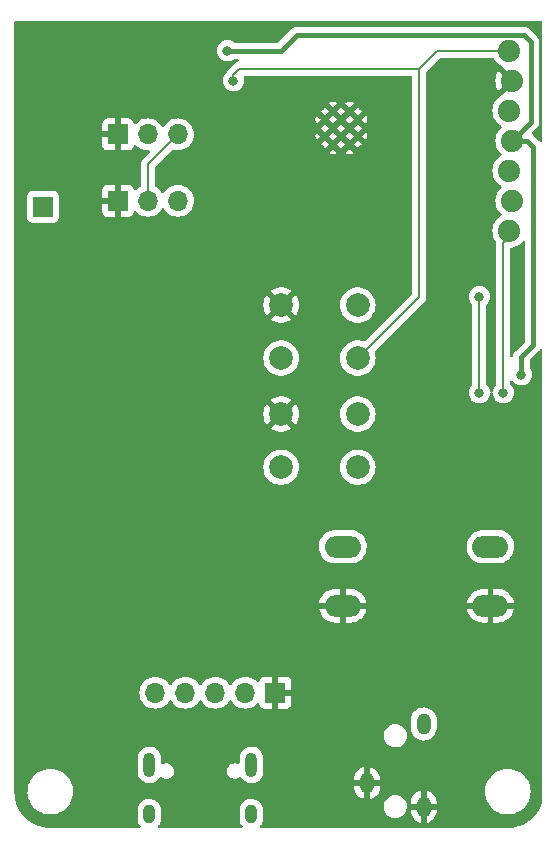
<source format=gbr>
%TF.GenerationSoftware,KiCad,Pcbnew,(7.0.0)*%
%TF.CreationDate,2023-04-05T21:50:32-07:00*%
%TF.ProjectId,OpenShock,4f70656e-5368-46f6-936b-2e6b69636164,rev?*%
%TF.SameCoordinates,Original*%
%TF.FileFunction,Copper,L2,Bot*%
%TF.FilePolarity,Positive*%
%FSLAX46Y46*%
G04 Gerber Fmt 4.6, Leading zero omitted, Abs format (unit mm)*
G04 Created by KiCad (PCBNEW (7.0.0)) date 2023-04-05 21:50:32*
%MOMM*%
%LPD*%
G01*
G04 APERTURE LIST*
%TA.AperFunction,HeatsinkPad*%
%ADD10C,0.600000*%
%TD*%
%TA.AperFunction,ComponentPad*%
%ADD11O,1.200000X1.800000*%
%TD*%
%TA.AperFunction,ComponentPad*%
%ADD12R,1.700000X1.700000*%
%TD*%
%TA.AperFunction,ComponentPad*%
%ADD13O,1.700000X1.700000*%
%TD*%
%TA.AperFunction,ComponentPad*%
%ADD14C,2.000000*%
%TD*%
%TA.AperFunction,ComponentPad*%
%ADD15O,1.000000X2.100000*%
%TD*%
%TA.AperFunction,ComponentPad*%
%ADD16O,1.000000X1.600000*%
%TD*%
%TA.AperFunction,ComponentPad*%
%ADD17O,3.048000X1.850000*%
%TD*%
%TA.AperFunction,ComponentPad*%
%ADD18C,1.879600*%
%TD*%
%TA.AperFunction,ViaPad*%
%ADD19C,0.800000*%
%TD*%
%TA.AperFunction,Conductor*%
%ADD20C,0.381000*%
%TD*%
%TA.AperFunction,Conductor*%
%ADD21C,0.200000*%
%TD*%
%TA.AperFunction,Conductor*%
%ADD22C,0.177800*%
%TD*%
G04 APERTURE END LIST*
D10*
%TO.P,U1,41,GND*%
%TO.N,GND*%
X126105000Y-51544000D03*
X126105000Y-52944000D03*
X126805000Y-50844000D03*
X126805000Y-52244000D03*
X126805000Y-53644000D03*
X127505000Y-51544000D03*
X127505000Y-52944000D03*
X128205000Y-50844000D03*
X128205000Y-52244000D03*
X128205000Y-53644000D03*
X128905000Y-51544000D03*
X128905000Y-52944000D03*
%TD*%
D11*
%TO.P,CN1,1,1*%
%TO.N,GND*%
X134479999Y-109727999D03*
%TO.P,CN1,2,2*%
%TO.N,E_STOP*%
X134479999Y-102727999D03*
%TO.P,CN1,3,3*%
%TO.N,GND*%
X129679999Y-107727999D03*
%TD*%
D12*
%TO.P,AE1,1,A*%
%TO.N,Net-(AE1-A)*%
X102234999Y-58927999D03*
%TD*%
%TO.P,J6,1,Pin_1*%
%TO.N,GND*%
X121919999Y-100075999D03*
D13*
%TO.P,J6,2,Pin_2*%
%TO.N,unconnected-(J6-Pin_2-Pad2)*%
X119379999Y-100075999D03*
%TO.P,J6,3,Pin_3*%
%TO.N,D+*%
X116839999Y-100075999D03*
%TO.P,J6,4,Pin_4*%
%TO.N,D-*%
X114299999Y-100075999D03*
%TO.P,J6,5,Pin_5*%
%TO.N,+5VA*%
X111759999Y-100075999D03*
%TD*%
D14*
%TO.P,SW2,*%
%TO.N,*%
X128905000Y-76490000D03*
X122405000Y-80990000D03*
%TO.P,SW2,1,A*%
%TO.N,IO0*%
X128905000Y-80990000D03*
%TO.P,SW2,2,B*%
%TO.N,GND*%
X122405000Y-76490000D03*
%TD*%
D12*
%TO.P,J3,1,Pin_1*%
%TO.N,GND*%
X108584999Y-58419999D03*
D13*
%TO.P,J3,2,Pin_2*%
%TO.N,SIGNAL*%
X111124999Y-58419999D03*
%TO.P,J3,3,Pin_3*%
%TO.N,+3V3*%
X113664999Y-58419999D03*
%TD*%
D14*
%TO.P,SW1,*%
%TO.N,*%
X128905000Y-67255000D03*
X122405000Y-71755000D03*
%TO.P,SW1,1,A*%
%TO.N,EN*%
X128905000Y-71755000D03*
%TO.P,SW1,2,B*%
%TO.N,GND*%
X122405000Y-67255000D03*
%TD*%
D15*
%TO.P,J1,S1,SHIELD*%
%TO.N,Net-(J1-SHIELD)*%
X111249999Y-106189999D03*
D16*
X111249999Y-110369999D03*
D15*
X119889999Y-106189999D03*
D16*
X119889999Y-110369999D03*
%TD*%
D17*
%TO.P,SW3,1,A*%
%TO.N,E_STOP*%
X127634999Y-87709999D03*
X140134999Y-87709999D03*
%TO.P,SW3,2,B*%
%TO.N,GND*%
X127634999Y-92709999D03*
X140134999Y-92709999D03*
%TD*%
D12*
%TO.P,J2,1,Pin_1*%
%TO.N,GND*%
X108584999Y-52806999D03*
D13*
%TO.P,J2,2,Pin_2*%
%TO.N,+3V3*%
X111124999Y-52806999D03*
%TO.P,J2,3,Pin_3*%
%TO.N,SIGNAL*%
X113664999Y-52806999D03*
%TD*%
D18*
%TO.P,J4,1,Pin_1*%
%TO.N,EN*%
X141732000Y-45720000D03*
%TO.P,J4,2,Pin_2*%
%TO.N,GND*%
X141986000Y-48260000D03*
%TO.P,J4,3,Pin_3*%
%TO.N,CTS*%
X141732000Y-50800000D03*
%TO.P,J4,4,Pin_4*%
%TO.N,+3V3*%
X141986000Y-53340000D03*
%TO.P,J4,5,Pin_5*%
%TO.N,SERIAL_RX*%
X141732000Y-55880000D03*
%TO.P,J4,6,Pin_6*%
%TO.N,SERIAL_TX*%
X141986000Y-58420000D03*
%TO.P,J4,7,Pin_7*%
%TO.N,IO0*%
X141732000Y-60960000D03*
%TD*%
D19*
%TO.N,+3V3*%
X117856000Y-45720000D03*
X142748000Y-73152000D03*
%TO.N,GND*%
X134572698Y-78684530D03*
X140210805Y-79184362D03*
X117348000Y-86360000D03*
X110236000Y-102616000D03*
X123952000Y-108712000D03*
X105156000Y-92964000D03*
X142216343Y-68184236D03*
X118872000Y-97028000D03*
X120396000Y-66040000D03*
X117856000Y-110236000D03*
X117348000Y-58293000D03*
X131064000Y-74168000D03*
X136144000Y-105664000D03*
X117348000Y-50800000D03*
X116840000Y-67564000D03*
X120396000Y-86360000D03*
X115316000Y-94488000D03*
X121920000Y-104648000D03*
X110744000Y-104140000D03*
%TO.N,EN*%
X118364000Y-48260000D03*
%TO.N,IO0*%
X141224000Y-74676000D03*
%TO.N,STATUS*%
X139192000Y-66548000D03*
X139192000Y-74676000D03*
%TD*%
D20*
%TO.N,+3V3*%
X142748000Y-73152000D02*
X142748000Y-71628000D01*
X143570300Y-45018300D02*
X142941700Y-44389700D01*
X142748000Y-71628000D02*
X143764000Y-70612000D01*
X122428000Y-45720000D02*
X117856000Y-45720000D01*
X142941700Y-44389700D02*
X123758300Y-44389700D01*
X123758300Y-44389700D02*
X122428000Y-45720000D01*
X141986000Y-53340000D02*
X143570300Y-51755700D01*
X143764000Y-70612000D02*
X143764000Y-53848000D01*
X143764000Y-53848000D02*
X143256000Y-53340000D01*
X143256000Y-53340000D02*
X141986000Y-53340000D01*
X143570300Y-51755700D02*
X143570300Y-45018300D01*
D21*
%TO.N,EN*%
X118872000Y-47244000D02*
X134112000Y-47244000D01*
X118364000Y-48260000D02*
X118364000Y-47752000D01*
X118364000Y-47752000D02*
X118872000Y-47244000D01*
X134112000Y-47244000D02*
X135636000Y-45720000D01*
X135636000Y-45720000D02*
X142240000Y-45720000D01*
X134112000Y-66548000D02*
X128905000Y-71755000D01*
X134112000Y-47244000D02*
X134112000Y-66548000D01*
D22*
%TO.N,SIGNAL*%
X111125000Y-55347000D02*
X113665000Y-52807000D01*
X111125000Y-58420000D02*
X111125000Y-55347000D01*
%TO.N,IO0*%
X141224000Y-61976000D02*
X142240000Y-60960000D01*
X141224000Y-74676000D02*
X141224000Y-61976000D01*
%TO.N,STATUS*%
X139192000Y-74676000D02*
X139192000Y-66548000D01*
%TD*%
%TA.AperFunction,Conductor*%
%TO.N,GND*%
G36*
X144467500Y-43196613D02*
G01*
X144512887Y-43242000D01*
X144529500Y-43304000D01*
X144529500Y-53342676D01*
X144513872Y-53402938D01*
X144470928Y-53448010D01*
X144411491Y-53466531D01*
X144350545Y-53453833D01*
X144303451Y-53413117D01*
X144289284Y-53392593D01*
X144289279Y-53392588D01*
X144285020Y-53386417D01*
X144279406Y-53381444D01*
X144279404Y-53381441D01*
X144240656Y-53347114D01*
X144235202Y-53341980D01*
X143762027Y-52868805D01*
X143756892Y-52863351D01*
X143722557Y-52824594D01*
X143722554Y-52824592D01*
X143717583Y-52818980D01*
X143701983Y-52808212D01*
X143665349Y-52768703D01*
X143648930Y-52717385D01*
X143655828Y-52663947D01*
X143684738Y-52618482D01*
X144041509Y-52261710D01*
X144046928Y-52256608D01*
X144091320Y-52217283D01*
X144125014Y-52168465D01*
X144129425Y-52162472D01*
X144165988Y-52115805D01*
X144170023Y-52106837D01*
X144181052Y-52087282D01*
X144186644Y-52079182D01*
X144207678Y-52023719D01*
X144210517Y-52016865D01*
X144234858Y-51962784D01*
X144236632Y-51953100D01*
X144242663Y-51931470D01*
X144243486Y-51929300D01*
X144243486Y-51929299D01*
X144246148Y-51922282D01*
X144253290Y-51863454D01*
X144254417Y-51856054D01*
X144263753Y-51805111D01*
X144263753Y-51805110D01*
X144265106Y-51797728D01*
X144261525Y-51738550D01*
X144261300Y-51731063D01*
X144261300Y-45042926D01*
X144261526Y-45035439D01*
X144264652Y-44983759D01*
X144265105Y-44976272D01*
X144254414Y-44917936D01*
X144253294Y-44910574D01*
X144246148Y-44851718D01*
X144242661Y-44842526D01*
X144236631Y-44820894D01*
X144234858Y-44811216D01*
X144210527Y-44757154D01*
X144207660Y-44750233D01*
X144189304Y-44701833D01*
X144186644Y-44694818D01*
X144181047Y-44686709D01*
X144170024Y-44667163D01*
X144170018Y-44667150D01*
X144165988Y-44658195D01*
X144129434Y-44611538D01*
X144124999Y-44605511D01*
X144095581Y-44562890D01*
X144095580Y-44562889D01*
X144091320Y-44556717D01*
X144085704Y-44551742D01*
X144085700Y-44551737D01*
X144046939Y-44517398D01*
X144041485Y-44512264D01*
X143447727Y-43918505D01*
X143442592Y-43913051D01*
X143408257Y-43874294D01*
X143408254Y-43874292D01*
X143403283Y-43868680D01*
X143397112Y-43864420D01*
X143397107Y-43864416D01*
X143354492Y-43835002D01*
X143348459Y-43830563D01*
X143307706Y-43798635D01*
X143307705Y-43798634D01*
X143301805Y-43794012D01*
X143294621Y-43790778D01*
X143292827Y-43789971D01*
X143273287Y-43778950D01*
X143271355Y-43777616D01*
X143271349Y-43777613D01*
X143265182Y-43773356D01*
X143209727Y-43752324D01*
X143202843Y-43749472D01*
X143202836Y-43749469D01*
X143187126Y-43742398D01*
X143155623Y-43728220D01*
X143155619Y-43728219D01*
X143148785Y-43725143D01*
X143141410Y-43723791D01*
X143141403Y-43723789D01*
X143139089Y-43723365D01*
X143117495Y-43717345D01*
X143115300Y-43716513D01*
X143115297Y-43716512D01*
X143108282Y-43713852D01*
X143100842Y-43712948D01*
X143100836Y-43712947D01*
X143049435Y-43706706D01*
X143042033Y-43705579D01*
X142991108Y-43696247D01*
X142991104Y-43696246D01*
X142983728Y-43694895D01*
X142976247Y-43695347D01*
X142976240Y-43695347D01*
X142924561Y-43698474D01*
X142917074Y-43698700D01*
X123782925Y-43698700D01*
X123775438Y-43698474D01*
X123723758Y-43695347D01*
X123723750Y-43695347D01*
X123716271Y-43694895D01*
X123708895Y-43696246D01*
X123708888Y-43696247D01*
X123657967Y-43705578D01*
X123650568Y-43706705D01*
X123599158Y-43712948D01*
X123599153Y-43712949D01*
X123591718Y-43713852D01*
X123584714Y-43716507D01*
X123584697Y-43716512D01*
X123582497Y-43717347D01*
X123560911Y-43723365D01*
X123558592Y-43723790D01*
X123558585Y-43723791D01*
X123551215Y-43725143D01*
X123544385Y-43728216D01*
X123544384Y-43728217D01*
X123532045Y-43733770D01*
X123497144Y-43749477D01*
X123490248Y-43752333D01*
X123441829Y-43770696D01*
X123441822Y-43770699D01*
X123434818Y-43773356D01*
X123428649Y-43777613D01*
X123428643Y-43777617D01*
X123426711Y-43778951D01*
X123407180Y-43789966D01*
X123405043Y-43790927D01*
X123405027Y-43790936D01*
X123398194Y-43794012D01*
X123392290Y-43798636D01*
X123392287Y-43798639D01*
X123351537Y-43830563D01*
X123345510Y-43834998D01*
X123302891Y-43864417D01*
X123302884Y-43864422D01*
X123296717Y-43868680D01*
X123291748Y-43874288D01*
X123291742Y-43874294D01*
X123257405Y-43913052D01*
X123252272Y-43918504D01*
X122178097Y-44992681D01*
X122137869Y-45019561D01*
X122090416Y-45029000D01*
X118477231Y-45029000D01*
X118438913Y-45022931D01*
X118404346Y-45005318D01*
X118313988Y-44939669D01*
X118313987Y-44939668D01*
X118308730Y-44935849D01*
X118302792Y-44933205D01*
X118141745Y-44861501D01*
X118141740Y-44861499D01*
X118135803Y-44858856D01*
X118129444Y-44857504D01*
X118129440Y-44857503D01*
X117957008Y-44820852D01*
X117957005Y-44820851D01*
X117950646Y-44819500D01*
X117761354Y-44819500D01*
X117754995Y-44820851D01*
X117754991Y-44820852D01*
X117582559Y-44857503D01*
X117582552Y-44857505D01*
X117576197Y-44858856D01*
X117570262Y-44861498D01*
X117570254Y-44861501D01*
X117409207Y-44933205D01*
X117409202Y-44933207D01*
X117403270Y-44935849D01*
X117398016Y-44939665D01*
X117398011Y-44939669D01*
X117255388Y-45043290D01*
X117255381Y-45043295D01*
X117250129Y-45047112D01*
X117245784Y-45051937D01*
X117245779Y-45051942D01*
X117127813Y-45182956D01*
X117127808Y-45182962D01*
X117123467Y-45187784D01*
X117120222Y-45193404D01*
X117120218Y-45193410D01*
X117032069Y-45346089D01*
X117032066Y-45346094D01*
X117028821Y-45351716D01*
X117026815Y-45357888D01*
X117026813Y-45357894D01*
X116972333Y-45525564D01*
X116972331Y-45525573D01*
X116970326Y-45531744D01*
X116969648Y-45538194D01*
X116969646Y-45538204D01*
X116951962Y-45706464D01*
X116950540Y-45720000D01*
X116951219Y-45726460D01*
X116969646Y-45901795D01*
X116969647Y-45901803D01*
X116970326Y-45908256D01*
X116972331Y-45914428D01*
X116972333Y-45914435D01*
X117026813Y-46082105D01*
X117028821Y-46088284D01*
X117032068Y-46093908D01*
X117032069Y-46093910D01*
X117113760Y-46235404D01*
X117123467Y-46252216D01*
X117127811Y-46257041D01*
X117127813Y-46257043D01*
X117220725Y-46360232D01*
X117250129Y-46392888D01*
X117403270Y-46504151D01*
X117576197Y-46581144D01*
X117761354Y-46620500D01*
X117944143Y-46620500D01*
X117950646Y-46620500D01*
X118135803Y-46581144D01*
X118308730Y-46504151D01*
X118404347Y-46434681D01*
X118438913Y-46417069D01*
X118477231Y-46411000D01*
X118706778Y-46411000D01*
X118766421Y-46426286D01*
X118811359Y-46468375D01*
X118830513Y-46526890D01*
X118819160Y-46587405D01*
X118780100Y-46634999D01*
X118730870Y-46654764D01*
X118731146Y-46655792D01*
X118723295Y-46657895D01*
X118715238Y-46658956D01*
X118707733Y-46662064D01*
X118707728Y-46662066D01*
X118576668Y-46716353D01*
X118576663Y-46716355D01*
X118569159Y-46719464D01*
X118562714Y-46724408D01*
X118562711Y-46724411D01*
X118485973Y-46783295D01*
X118450163Y-46810772D01*
X118450160Y-46810774D01*
X118443718Y-46815718D01*
X118438773Y-46822161D01*
X118438770Y-46822165D01*
X118424493Y-46840770D01*
X118413801Y-46852961D01*
X117972965Y-47293798D01*
X117960774Y-47304490D01*
X117942165Y-47318770D01*
X117942161Y-47318773D01*
X117935718Y-47323718D01*
X117930774Y-47330160D01*
X117930772Y-47330163D01*
X117911550Y-47355214D01*
X117911550Y-47355215D01*
X117844408Y-47442714D01*
X117844403Y-47442721D01*
X117839464Y-47449159D01*
X117836358Y-47456655D01*
X117836351Y-47456669D01*
X117806117Y-47529660D01*
X117767709Y-47578384D01*
X117768214Y-47578945D01*
X117764954Y-47581879D01*
X117764454Y-47582515D01*
X117763392Y-47583286D01*
X117763380Y-47583296D01*
X117758129Y-47587112D01*
X117753785Y-47591936D01*
X117753781Y-47591940D01*
X117635813Y-47722956D01*
X117635808Y-47722962D01*
X117631467Y-47727784D01*
X117628222Y-47733404D01*
X117628218Y-47733410D01*
X117540069Y-47886089D01*
X117540066Y-47886094D01*
X117536821Y-47891716D01*
X117534815Y-47897888D01*
X117534813Y-47897894D01*
X117480333Y-48065564D01*
X117480331Y-48065573D01*
X117478326Y-48071744D01*
X117477648Y-48078194D01*
X117477646Y-48078204D01*
X117461913Y-48227905D01*
X117458540Y-48260000D01*
X117459219Y-48266460D01*
X117477646Y-48441795D01*
X117477647Y-48441803D01*
X117478326Y-48448256D01*
X117480331Y-48454428D01*
X117480333Y-48454435D01*
X117534813Y-48622105D01*
X117536821Y-48628284D01*
X117631467Y-48792216D01*
X117758129Y-48932888D01*
X117911270Y-49044151D01*
X118084197Y-49121144D01*
X118269354Y-49160500D01*
X118452143Y-49160500D01*
X118458646Y-49160500D01*
X118643803Y-49121144D01*
X118816730Y-49044151D01*
X118969871Y-48932888D01*
X119096533Y-48792216D01*
X119191179Y-48628284D01*
X119249674Y-48448256D01*
X119269460Y-48260000D01*
X119249674Y-48071744D01*
X119228577Y-48006817D01*
X119224036Y-47949102D01*
X119246191Y-47895615D01*
X119290214Y-47858015D01*
X119346509Y-47844500D01*
X133387500Y-47844500D01*
X133449500Y-47861113D01*
X133494887Y-47906500D01*
X133511500Y-47968500D01*
X133511500Y-66247903D01*
X133502061Y-66295356D01*
X133475181Y-66335584D01*
X129508548Y-70302215D01*
X129448817Y-70335343D01*
X129380605Y-70331815D01*
X129279469Y-70297095D01*
X129279460Y-70297092D01*
X129274614Y-70295429D01*
X129265768Y-70293952D01*
X129034398Y-70255344D01*
X129034387Y-70255343D01*
X129029335Y-70254500D01*
X128780665Y-70254500D01*
X128775613Y-70255343D01*
X128775601Y-70255344D01*
X128540443Y-70294585D01*
X128540441Y-70294585D01*
X128535386Y-70295429D01*
X128530541Y-70297092D01*
X128530534Y-70297094D01*
X128305037Y-70374507D01*
X128305026Y-70374511D01*
X128300190Y-70376172D01*
X128295693Y-70378605D01*
X128295683Y-70378610D01*
X128086002Y-70492084D01*
X128085995Y-70492088D01*
X128081491Y-70494526D01*
X128077448Y-70497672D01*
X128077440Y-70497678D01*
X127889304Y-70644111D01*
X127885256Y-70647262D01*
X127881793Y-70651023D01*
X127881784Y-70651032D01*
X127720311Y-70826439D01*
X127720305Y-70826446D01*
X127716836Y-70830215D01*
X127714031Y-70834506D01*
X127714028Y-70834512D01*
X127583631Y-71034099D01*
X127583624Y-71034111D01*
X127580827Y-71038393D01*
X127578772Y-71043077D01*
X127578766Y-71043089D01*
X127482997Y-71261422D01*
X127480937Y-71266119D01*
X127479679Y-71271084D01*
X127479678Y-71271089D01*
X127421151Y-71502204D01*
X127421149Y-71502213D01*
X127419892Y-71507179D01*
X127419468Y-71512288D01*
X127419467Y-71512298D01*
X127407774Y-71653420D01*
X127399357Y-71755000D01*
X127399781Y-71760117D01*
X127419467Y-71997701D01*
X127419468Y-71997709D01*
X127419892Y-72002821D01*
X127421149Y-72007788D01*
X127421151Y-72007795D01*
X127479678Y-72238910D01*
X127480937Y-72243881D01*
X127482997Y-72248577D01*
X127578766Y-72466910D01*
X127578769Y-72466916D01*
X127580827Y-72471607D01*
X127583627Y-72475893D01*
X127583631Y-72475900D01*
X127681311Y-72625410D01*
X127716836Y-72679785D01*
X127720310Y-72683559D01*
X127720311Y-72683560D01*
X127881784Y-72858967D01*
X127881787Y-72858970D01*
X127885256Y-72862738D01*
X128081491Y-73015474D01*
X128300190Y-73133828D01*
X128535386Y-73214571D01*
X128780665Y-73255500D01*
X129024201Y-73255500D01*
X129029335Y-73255500D01*
X129274614Y-73214571D01*
X129509810Y-73133828D01*
X129728509Y-73015474D01*
X129924744Y-72862738D01*
X130093164Y-72679785D01*
X130229173Y-72471607D01*
X130329063Y-72243881D01*
X130390108Y-72002821D01*
X130410643Y-71755000D01*
X130390108Y-71507179D01*
X130329063Y-71266119D01*
X130329063Y-71266118D01*
X130331347Y-71265540D01*
X130328384Y-71207407D01*
X130361496Y-71147737D01*
X134503044Y-67006189D01*
X134515222Y-66995510D01*
X134540282Y-66976282D01*
X134636536Y-66850841D01*
X134697044Y-66704762D01*
X134712500Y-66587361D01*
X134717682Y-66548000D01*
X134713561Y-66516698D01*
X134712500Y-66500513D01*
X134712500Y-48265117D01*
X140541689Y-48265117D01*
X140560544Y-48492677D01*
X140562228Y-48502770D01*
X140618286Y-48724134D01*
X140621605Y-48733801D01*
X140713333Y-48942923D01*
X140718195Y-48951906D01*
X140798492Y-49074811D01*
X140806456Y-49082531D01*
X140815838Y-49076607D01*
X141620904Y-48271542D01*
X141627568Y-48260000D01*
X141620904Y-48248457D01*
X140815838Y-47443391D01*
X140806457Y-47437467D01*
X140798490Y-47445192D01*
X140718197Y-47568088D01*
X140713332Y-47577078D01*
X140621605Y-47786198D01*
X140618286Y-47795865D01*
X140562228Y-48017229D01*
X140560544Y-48027322D01*
X140541689Y-48254883D01*
X140541689Y-48265117D01*
X134712500Y-48265117D01*
X134712500Y-47544097D01*
X134721939Y-47496644D01*
X134748819Y-47456416D01*
X135848417Y-46356819D01*
X135888645Y-46329939D01*
X135936098Y-46320500D01*
X140341622Y-46320500D01*
X140388285Y-46329615D01*
X140428087Y-46355619D01*
X140455178Y-46394691D01*
X140458891Y-46403157D01*
X140458895Y-46403165D01*
X140460953Y-46407856D01*
X140526229Y-46507768D01*
X140588704Y-46603394D01*
X140588707Y-46603398D01*
X140591506Y-46607682D01*
X140753168Y-46783295D01*
X140941531Y-46929903D01*
X141068089Y-46998393D01*
X141109873Y-47021006D01*
X141138233Y-47042078D01*
X141159499Y-47070291D01*
X141171306Y-47091753D01*
X142251871Y-48172318D01*
X142283965Y-48227905D01*
X142283965Y-48292093D01*
X142251871Y-48347680D01*
X141171306Y-49428245D01*
X141159500Y-49449707D01*
X141138233Y-49477922D01*
X141109873Y-49498994D01*
X140946039Y-49587657D01*
X140946035Y-49587659D01*
X140941531Y-49590097D01*
X140937491Y-49593241D01*
X140937484Y-49593246D01*
X140757215Y-49733554D01*
X140757207Y-49733561D01*
X140753168Y-49736705D01*
X140749698Y-49740473D01*
X140749694Y-49740478D01*
X140594976Y-49908548D01*
X140594973Y-49908551D01*
X140591506Y-49912318D01*
X140588711Y-49916595D01*
X140588704Y-49916605D01*
X140463755Y-50107855D01*
X140460953Y-50112144D01*
X140458898Y-50116828D01*
X140458893Y-50116838D01*
X140367131Y-50326036D01*
X140365071Y-50330733D01*
X140363813Y-50335698D01*
X140363812Y-50335703D01*
X140307734Y-50557147D01*
X140307732Y-50557156D01*
X140306475Y-50562122D01*
X140306051Y-50567231D01*
X140306050Y-50567241D01*
X140292864Y-50726382D01*
X140286764Y-50800000D01*
X140287188Y-50805117D01*
X140306050Y-51032758D01*
X140306051Y-51032766D01*
X140306475Y-51037878D01*
X140307732Y-51042845D01*
X140307734Y-51042852D01*
X140349833Y-51209095D01*
X140365071Y-51269267D01*
X140367131Y-51273963D01*
X140458893Y-51483161D01*
X140458896Y-51483166D01*
X140460953Y-51487856D01*
X140492006Y-51535386D01*
X140588704Y-51683394D01*
X140588707Y-51683398D01*
X140591506Y-51687682D01*
X140753168Y-51863295D01*
X140757214Y-51866444D01*
X140757215Y-51866445D01*
X140837972Y-51929300D01*
X140941531Y-52009903D01*
X140967146Y-52023765D01*
X141015525Y-52049947D01*
X141060316Y-52091180D01*
X141080084Y-52148761D01*
X141070065Y-52208810D01*
X141032673Y-52256853D01*
X141007168Y-52276705D01*
X141003700Y-52280472D01*
X141003697Y-52280475D01*
X140848976Y-52448548D01*
X140848973Y-52448551D01*
X140845506Y-52452318D01*
X140842711Y-52456595D01*
X140842704Y-52456605D01*
X140748194Y-52601265D01*
X140714953Y-52652144D01*
X140712898Y-52656828D01*
X140712893Y-52656838D01*
X140641772Y-52818980D01*
X140619071Y-52870733D01*
X140617813Y-52875698D01*
X140617812Y-52875703D01*
X140561734Y-53097147D01*
X140561732Y-53097156D01*
X140560475Y-53102122D01*
X140560051Y-53107231D01*
X140560050Y-53107241D01*
X140545274Y-53285568D01*
X140540764Y-53340000D01*
X140541188Y-53345117D01*
X140560050Y-53572758D01*
X140560051Y-53572766D01*
X140560475Y-53577878D01*
X140561732Y-53582845D01*
X140561734Y-53582852D01*
X140598131Y-53726577D01*
X140619071Y-53809267D01*
X140621131Y-53813963D01*
X140712893Y-54023161D01*
X140712896Y-54023166D01*
X140714953Y-54027856D01*
X140764932Y-54104354D01*
X140842704Y-54223394D01*
X140842707Y-54223398D01*
X140845506Y-54227682D01*
X141007168Y-54403295D01*
X141011214Y-54406444D01*
X141011215Y-54406445D01*
X141032669Y-54423143D01*
X141070062Y-54471186D01*
X141080084Y-54531236D01*
X141060317Y-54588817D01*
X141015526Y-54630051D01*
X140946044Y-54667653D01*
X140946029Y-54667662D01*
X140941531Y-54670097D01*
X140937491Y-54673241D01*
X140937484Y-54673246D01*
X140757215Y-54813554D01*
X140757207Y-54813561D01*
X140753168Y-54816705D01*
X140749698Y-54820473D01*
X140749694Y-54820478D01*
X140594976Y-54988548D01*
X140594973Y-54988551D01*
X140591506Y-54992318D01*
X140588711Y-54996595D01*
X140588704Y-54996605D01*
X140465212Y-55185625D01*
X140460953Y-55192144D01*
X140458898Y-55196828D01*
X140458893Y-55196838D01*
X140372517Y-55393758D01*
X140365071Y-55410733D01*
X140363813Y-55415698D01*
X140363812Y-55415703D01*
X140307734Y-55637147D01*
X140307732Y-55637156D01*
X140306475Y-55642122D01*
X140306051Y-55647231D01*
X140306050Y-55647241D01*
X140287188Y-55874883D01*
X140286764Y-55880000D01*
X140287188Y-55885117D01*
X140306050Y-56112758D01*
X140306051Y-56112766D01*
X140306475Y-56117878D01*
X140307732Y-56122845D01*
X140307734Y-56122852D01*
X140363812Y-56344296D01*
X140365071Y-56349267D01*
X140367131Y-56353963D01*
X140458893Y-56563161D01*
X140458896Y-56563166D01*
X140460953Y-56567856D01*
X140526229Y-56667769D01*
X140588704Y-56763394D01*
X140588707Y-56763398D01*
X140591506Y-56767682D01*
X140753168Y-56943295D01*
X140757214Y-56946444D01*
X140757215Y-56946445D01*
X140840392Y-57011184D01*
X140941531Y-57089903D01*
X140992562Y-57117520D01*
X141015525Y-57129947D01*
X141060316Y-57171180D01*
X141080084Y-57228761D01*
X141070065Y-57288810D01*
X141032673Y-57336853D01*
X141007168Y-57356705D01*
X141003700Y-57360472D01*
X141003697Y-57360475D01*
X140848976Y-57528548D01*
X140848973Y-57528551D01*
X140845506Y-57532318D01*
X140842711Y-57536595D01*
X140842704Y-57536605D01*
X140722590Y-57720454D01*
X140714953Y-57732144D01*
X140712898Y-57736828D01*
X140712893Y-57736838D01*
X140665897Y-57843980D01*
X140619071Y-57950733D01*
X140617813Y-57955698D01*
X140617813Y-57955700D01*
X140561734Y-58177147D01*
X140561732Y-58177156D01*
X140560475Y-58182122D01*
X140560051Y-58187231D01*
X140560050Y-58187241D01*
X140541211Y-58414605D01*
X140540764Y-58420000D01*
X140541188Y-58425117D01*
X140560050Y-58652758D01*
X140560051Y-58652766D01*
X140560475Y-58657878D01*
X140561732Y-58662845D01*
X140561734Y-58662852D01*
X140564418Y-58673450D01*
X140619071Y-58889267D01*
X140621131Y-58893963D01*
X140712893Y-59103161D01*
X140712896Y-59103166D01*
X140714953Y-59107856D01*
X140780229Y-59207769D01*
X140842704Y-59303394D01*
X140842707Y-59303398D01*
X140845506Y-59307682D01*
X141007168Y-59483295D01*
X141011214Y-59486444D01*
X141011215Y-59486445D01*
X141032669Y-59503143D01*
X141070062Y-59551186D01*
X141080084Y-59611236D01*
X141060317Y-59668817D01*
X141015526Y-59710051D01*
X140946044Y-59747653D01*
X140946029Y-59747662D01*
X140941531Y-59750097D01*
X140937491Y-59753241D01*
X140937484Y-59753246D01*
X140757215Y-59893554D01*
X140757207Y-59893561D01*
X140753168Y-59896705D01*
X140749698Y-59900473D01*
X140749694Y-59900478D01*
X140594976Y-60068548D01*
X140594973Y-60068551D01*
X140591506Y-60072318D01*
X140588711Y-60076595D01*
X140588704Y-60076605D01*
X140497320Y-60216480D01*
X140460953Y-60272144D01*
X140458898Y-60276828D01*
X140458893Y-60276838D01*
X140367131Y-60486036D01*
X140365071Y-60490733D01*
X140363813Y-60495698D01*
X140363812Y-60495703D01*
X140307734Y-60717147D01*
X140307732Y-60717156D01*
X140306475Y-60722122D01*
X140306051Y-60727231D01*
X140306050Y-60727241D01*
X140287188Y-60954883D01*
X140286764Y-60960000D01*
X140287188Y-60965117D01*
X140306050Y-61192758D01*
X140306051Y-61192766D01*
X140306475Y-61197878D01*
X140307732Y-61202845D01*
X140307734Y-61202852D01*
X140363812Y-61424296D01*
X140365071Y-61429267D01*
X140367131Y-61433963D01*
X140458893Y-61643161D01*
X140458896Y-61643166D01*
X140460953Y-61647856D01*
X140526229Y-61747768D01*
X140588704Y-61843394D01*
X140588707Y-61843398D01*
X140591506Y-61847682D01*
X140594975Y-61851450D01*
X140594981Y-61851458D01*
X140600257Y-61857189D01*
X140627246Y-61903748D01*
X140631968Y-61957357D01*
X140629514Y-61976000D01*
X140630575Y-61984059D01*
X140633539Y-62006572D01*
X140634600Y-62022758D01*
X140634600Y-73937220D01*
X140626364Y-73981658D01*
X140602750Y-74020192D01*
X140495813Y-74138956D01*
X140495808Y-74138962D01*
X140491467Y-74143784D01*
X140488222Y-74149404D01*
X140488218Y-74149410D01*
X140400069Y-74302089D01*
X140400066Y-74302094D01*
X140396821Y-74307716D01*
X140394815Y-74313888D01*
X140394813Y-74313894D01*
X140340333Y-74481564D01*
X140340331Y-74481573D01*
X140338326Y-74487744D01*
X140337648Y-74494194D01*
X140337646Y-74494204D01*
X140331321Y-74554393D01*
X140310801Y-74610772D01*
X140266215Y-74650917D01*
X140208000Y-74665432D01*
X140149785Y-74650917D01*
X140105199Y-74610772D01*
X140084679Y-74554393D01*
X140078353Y-74494204D01*
X140078352Y-74494203D01*
X140077674Y-74487744D01*
X140019179Y-74307716D01*
X139924533Y-74143784D01*
X139813250Y-74020192D01*
X139789636Y-73981658D01*
X139781400Y-73937220D01*
X139781400Y-67286780D01*
X139789636Y-67242342D01*
X139813250Y-67203808D01*
X139820665Y-67195571D01*
X139924533Y-67080216D01*
X140019179Y-66916284D01*
X140077674Y-66736256D01*
X140097460Y-66548000D01*
X140077674Y-66359744D01*
X140019179Y-66179716D01*
X139924533Y-66015784D01*
X139903193Y-65992084D01*
X139802220Y-65879942D01*
X139802219Y-65879941D01*
X139797871Y-65875112D01*
X139792613Y-65871292D01*
X139792611Y-65871290D01*
X139649988Y-65767669D01*
X139649987Y-65767668D01*
X139644730Y-65763849D01*
X139625628Y-65755344D01*
X139477745Y-65689501D01*
X139477740Y-65689499D01*
X139471803Y-65686856D01*
X139465444Y-65685504D01*
X139465440Y-65685503D01*
X139293008Y-65648852D01*
X139293005Y-65648851D01*
X139286646Y-65647500D01*
X139097354Y-65647500D01*
X139090995Y-65648851D01*
X139090991Y-65648852D01*
X138918559Y-65685503D01*
X138918552Y-65685505D01*
X138912197Y-65686856D01*
X138906262Y-65689498D01*
X138906254Y-65689501D01*
X138745207Y-65761205D01*
X138745202Y-65761207D01*
X138739270Y-65763849D01*
X138734016Y-65767665D01*
X138734011Y-65767669D01*
X138591388Y-65871290D01*
X138591381Y-65871295D01*
X138586129Y-65875112D01*
X138581784Y-65879937D01*
X138581779Y-65879942D01*
X138463813Y-66010956D01*
X138463808Y-66010962D01*
X138459467Y-66015784D01*
X138456222Y-66021404D01*
X138456218Y-66021410D01*
X138368069Y-66174089D01*
X138368066Y-66174094D01*
X138364821Y-66179716D01*
X138362815Y-66185888D01*
X138362813Y-66185894D01*
X138308333Y-66353564D01*
X138308331Y-66353573D01*
X138306326Y-66359744D01*
X138305648Y-66366194D01*
X138305646Y-66366204D01*
X138291531Y-66500513D01*
X138286540Y-66548000D01*
X138287219Y-66554460D01*
X138305646Y-66729795D01*
X138305647Y-66729803D01*
X138306326Y-66736256D01*
X138308331Y-66742428D01*
X138308333Y-66742435D01*
X138358415Y-66896568D01*
X138364821Y-66916284D01*
X138368068Y-66921908D01*
X138368069Y-66921910D01*
X138420302Y-67012381D01*
X138459467Y-67080216D01*
X138463811Y-67085041D01*
X138463813Y-67085043D01*
X138570750Y-67203808D01*
X138594364Y-67242342D01*
X138602600Y-67286780D01*
X138602600Y-73937220D01*
X138594364Y-73981658D01*
X138570750Y-74020192D01*
X138463813Y-74138956D01*
X138463808Y-74138962D01*
X138459467Y-74143784D01*
X138456222Y-74149404D01*
X138456218Y-74149410D01*
X138368069Y-74302089D01*
X138368066Y-74302094D01*
X138364821Y-74307716D01*
X138362815Y-74313888D01*
X138362813Y-74313894D01*
X138308333Y-74481564D01*
X138308331Y-74481573D01*
X138306326Y-74487744D01*
X138305648Y-74494194D01*
X138305646Y-74494204D01*
X138289176Y-74650917D01*
X138286540Y-74676000D01*
X138287219Y-74682460D01*
X138305646Y-74857795D01*
X138305647Y-74857803D01*
X138306326Y-74864256D01*
X138308331Y-74870428D01*
X138308333Y-74870435D01*
X138362813Y-75038105D01*
X138364821Y-75044284D01*
X138459467Y-75208216D01*
X138463811Y-75213041D01*
X138463813Y-75213043D01*
X138523071Y-75278855D01*
X138586129Y-75348888D01*
X138591387Y-75352708D01*
X138591388Y-75352709D01*
X138662699Y-75404519D01*
X138739270Y-75460151D01*
X138912197Y-75537144D01*
X139097354Y-75576500D01*
X139280143Y-75576500D01*
X139286646Y-75576500D01*
X139471803Y-75537144D01*
X139644730Y-75460151D01*
X139797871Y-75348888D01*
X139924533Y-75208216D01*
X140019179Y-75044284D01*
X140077674Y-74864256D01*
X140084679Y-74797605D01*
X140105199Y-74741227D01*
X140149785Y-74701082D01*
X140208000Y-74686567D01*
X140266215Y-74701082D01*
X140310801Y-74741227D01*
X140331321Y-74797606D01*
X140337646Y-74857795D01*
X140337647Y-74857803D01*
X140338326Y-74864256D01*
X140340331Y-74870428D01*
X140340333Y-74870435D01*
X140394813Y-75038105D01*
X140396821Y-75044284D01*
X140491467Y-75208216D01*
X140495811Y-75213041D01*
X140495813Y-75213043D01*
X140555071Y-75278855D01*
X140618129Y-75348888D01*
X140623387Y-75352708D01*
X140623388Y-75352709D01*
X140694699Y-75404519D01*
X140771270Y-75460151D01*
X140944197Y-75537144D01*
X141129354Y-75576500D01*
X141312143Y-75576500D01*
X141318646Y-75576500D01*
X141503803Y-75537144D01*
X141676730Y-75460151D01*
X141829871Y-75348888D01*
X141956533Y-75208216D01*
X142051179Y-75044284D01*
X142109674Y-74864256D01*
X142129460Y-74676000D01*
X142109674Y-74487744D01*
X142051179Y-74307716D01*
X141956533Y-74143784D01*
X141845250Y-74020192D01*
X141821636Y-73981658D01*
X141813400Y-73937220D01*
X141813400Y-73782829D01*
X141827511Y-73725380D01*
X141866631Y-73681007D01*
X141921858Y-73659807D01*
X141980623Y-73666606D01*
X142029550Y-73699857D01*
X142142129Y-73824888D01*
X142295270Y-73936151D01*
X142468197Y-74013144D01*
X142653354Y-74052500D01*
X142836143Y-74052500D01*
X142842646Y-74052500D01*
X143027803Y-74013144D01*
X143200730Y-73936151D01*
X143353871Y-73824888D01*
X143480533Y-73684216D01*
X143575179Y-73520284D01*
X143633674Y-73340256D01*
X143653460Y-73152000D01*
X143633674Y-72963744D01*
X143575179Y-72783716D01*
X143480533Y-72619784D01*
X143470849Y-72609029D01*
X143447236Y-72570496D01*
X143439000Y-72526058D01*
X143439000Y-71965584D01*
X143448439Y-71918131D01*
X143475319Y-71877903D01*
X143603339Y-71749883D01*
X144235217Y-71118003D01*
X144240637Y-71112901D01*
X144285020Y-71073583D01*
X144295845Y-71057898D01*
X144303448Y-71046885D01*
X144350542Y-71006166D01*
X144411489Y-70993467D01*
X144470926Y-71011987D01*
X144513872Y-71057060D01*
X144529500Y-71117322D01*
X144529500Y-109301224D01*
X144525274Y-109333319D01*
X144508829Y-109394690D01*
X144504819Y-109407032D01*
X144395013Y-109693088D01*
X144389734Y-109704946D01*
X144250625Y-109977964D01*
X144244139Y-109989197D01*
X144183003Y-110083339D01*
X144077256Y-110246174D01*
X144069627Y-110256674D01*
X143876792Y-110494805D01*
X143868107Y-110504450D01*
X143651450Y-110721107D01*
X143641805Y-110729792D01*
X143403674Y-110922627D01*
X143393174Y-110930256D01*
X143136197Y-111097139D01*
X143124964Y-111103625D01*
X142851946Y-111242734D01*
X142840088Y-111248013D01*
X142554030Y-111357820D01*
X142541686Y-111361831D01*
X142245715Y-111441136D01*
X142233020Y-111443834D01*
X141930389Y-111491767D01*
X141917480Y-111493124D01*
X141608242Y-111509330D01*
X141601755Y-111509500D01*
X120762064Y-111509500D01*
X120697811Y-111491554D01*
X120652155Y-111442912D01*
X120638313Y-111377651D01*
X120660289Y-111314663D01*
X120678412Y-111288624D01*
X120769295Y-111158049D01*
X120849540Y-110971058D01*
X120890500Y-110771741D01*
X120890500Y-110019258D01*
X120875074Y-109867562D01*
X120846948Y-109777918D01*
X131095708Y-109777918D01*
X131096659Y-109784130D01*
X131096660Y-109784136D01*
X131124867Y-109968259D01*
X131125905Y-109975032D01*
X131128089Y-109980931D01*
X131128090Y-109980932D01*
X131186569Y-110138834D01*
X131195162Y-110162034D01*
X131198488Y-110167370D01*
X131198489Y-110167372D01*
X131290526Y-110315032D01*
X131300645Y-110331265D01*
X131438035Y-110475799D01*
X131601707Y-110589718D01*
X131784961Y-110668359D01*
X131980293Y-110708500D01*
X132126589Y-110708500D01*
X132129731Y-110708500D01*
X132278391Y-110693383D01*
X132468660Y-110633685D01*
X132643017Y-110536909D01*
X132794325Y-110407016D01*
X132916387Y-110249324D01*
X133000695Y-110077450D01*
X133380000Y-110077450D01*
X133380280Y-110083339D01*
X133394403Y-110231242D01*
X133396630Y-110242793D01*
X133452487Y-110433026D01*
X133456853Y-110443932D01*
X133547704Y-110620159D01*
X133554064Y-110630055D01*
X133676617Y-110785894D01*
X133684735Y-110794408D01*
X133834572Y-110924243D01*
X133844149Y-110931062D01*
X134015846Y-111030191D01*
X134026549Y-111035079D01*
X134213904Y-111099924D01*
X134219488Y-111101279D01*
X134227681Y-111100693D01*
X134230000Y-111090036D01*
X134230000Y-111085181D01*
X134730000Y-111085181D01*
X134732505Y-111096072D01*
X134743679Y-111095939D01*
X134835670Y-111073622D01*
X134846788Y-111069774D01*
X135027121Y-110987419D01*
X135037319Y-110981531D01*
X135198806Y-110866536D01*
X135207703Y-110858827D01*
X135344517Y-110715341D01*
X135351784Y-110706100D01*
X135458971Y-110539314D01*
X135464363Y-110528856D01*
X135538049Y-110344798D01*
X135541362Y-110333515D01*
X135578882Y-110138834D01*
X135580000Y-110127134D01*
X135580000Y-109994326D01*
X135576549Y-109981450D01*
X135563674Y-109978000D01*
X134746326Y-109978000D01*
X134733450Y-109981450D01*
X134730000Y-109994326D01*
X134730000Y-111085181D01*
X134230000Y-111085181D01*
X134230000Y-109994326D01*
X134226549Y-109981450D01*
X134213674Y-109978000D01*
X133396326Y-109978000D01*
X133383450Y-109981450D01*
X133380000Y-109994326D01*
X133380000Y-110077450D01*
X133000695Y-110077450D01*
X133004208Y-110070289D01*
X133054192Y-109877241D01*
X133064292Y-109678082D01*
X133034095Y-109480968D01*
X133026949Y-109461674D01*
X133380000Y-109461674D01*
X133383450Y-109474549D01*
X133396326Y-109478000D01*
X134213674Y-109478000D01*
X134226549Y-109474549D01*
X134230000Y-109461674D01*
X134730000Y-109461674D01*
X134733450Y-109474549D01*
X134746326Y-109478000D01*
X135563674Y-109478000D01*
X135576549Y-109474549D01*
X135580000Y-109461674D01*
X135580000Y-109378550D01*
X135579719Y-109372660D01*
X135565596Y-109224757D01*
X135563369Y-109213206D01*
X135507512Y-109022973D01*
X135503146Y-109012067D01*
X135412295Y-108835840D01*
X135405935Y-108825944D01*
X135283382Y-108670105D01*
X135275264Y-108661591D01*
X135125427Y-108531756D01*
X135115850Y-108524937D01*
X134999911Y-108458000D01*
X139669569Y-108458000D01*
X139669885Y-108462418D01*
X139688952Y-108729018D01*
X139688953Y-108729027D01*
X139689269Y-108733441D01*
X139690209Y-108737765D01*
X139690211Y-108737774D01*
X139732259Y-108931062D01*
X139747968Y-109003274D01*
X139749517Y-109007427D01*
X139842922Y-109257858D01*
X139842924Y-109257864D01*
X139844470Y-109262007D01*
X139851427Y-109274748D01*
X139967426Y-109487185D01*
X139976812Y-109504373D01*
X140142299Y-109725438D01*
X140337562Y-109920701D01*
X140558627Y-110086188D01*
X140800993Y-110218530D01*
X141059726Y-110315032D01*
X141329559Y-110373731D01*
X141536056Y-110388500D01*
X141671729Y-110388500D01*
X141673944Y-110388500D01*
X141880441Y-110373731D01*
X142150274Y-110315032D01*
X142409007Y-110218530D01*
X142651373Y-110086188D01*
X142872438Y-109920701D01*
X143067701Y-109725438D01*
X143233188Y-109504373D01*
X143365530Y-109262007D01*
X143462032Y-109003274D01*
X143520731Y-108733441D01*
X143540431Y-108458000D01*
X143520731Y-108182559D01*
X143462032Y-107912726D01*
X143365530Y-107653993D01*
X143233188Y-107411627D01*
X143067701Y-107190562D01*
X142872438Y-106995299D01*
X142651373Y-106829812D01*
X142644289Y-106825944D01*
X142412893Y-106699592D01*
X142409007Y-106697470D01*
X142404864Y-106695924D01*
X142404858Y-106695922D01*
X142154427Y-106602517D01*
X142150274Y-106600968D01*
X142094215Y-106588773D01*
X141884774Y-106543211D01*
X141884765Y-106543209D01*
X141880441Y-106542269D01*
X141876027Y-106541953D01*
X141876018Y-106541952D01*
X141676154Y-106527658D01*
X141676152Y-106527657D01*
X141673944Y-106527500D01*
X141536056Y-106527500D01*
X141533848Y-106527657D01*
X141533845Y-106527658D01*
X141333981Y-106541952D01*
X141333970Y-106541953D01*
X141329559Y-106542269D01*
X141325235Y-106543209D01*
X141325225Y-106543211D01*
X141064060Y-106600025D01*
X141064057Y-106600025D01*
X141059726Y-106600968D01*
X141055576Y-106602515D01*
X141055572Y-106602517D01*
X140805141Y-106695922D01*
X140805130Y-106695926D01*
X140800993Y-106697470D01*
X140797111Y-106699589D01*
X140797106Y-106699592D01*
X140562521Y-106827685D01*
X140562513Y-106827689D01*
X140558627Y-106829812D01*
X140555077Y-106832469D01*
X140555073Y-106832472D01*
X140341113Y-106992640D01*
X140341106Y-106992645D01*
X140337562Y-106995299D01*
X140334431Y-106998429D01*
X140334424Y-106998436D01*
X140145436Y-107187424D01*
X140145429Y-107187431D01*
X140142299Y-107190562D01*
X140139645Y-107194106D01*
X140139640Y-107194113D01*
X139985972Y-107399390D01*
X139976812Y-107411627D01*
X139974689Y-107415513D01*
X139974685Y-107415521D01*
X139846592Y-107650106D01*
X139844470Y-107653993D01*
X139842926Y-107658130D01*
X139842922Y-107658141D01*
X139749517Y-107908572D01*
X139747968Y-107912726D01*
X139747025Y-107917057D01*
X139747025Y-107917060D01*
X139690211Y-108178225D01*
X139690209Y-108178235D01*
X139689269Y-108182559D01*
X139688953Y-108186970D01*
X139688952Y-108186981D01*
X139675804Y-108370819D01*
X139669569Y-108458000D01*
X134999911Y-108458000D01*
X134944153Y-108425808D01*
X134933450Y-108420920D01*
X134746095Y-108356075D01*
X134740511Y-108354720D01*
X134732318Y-108355306D01*
X134730000Y-108365964D01*
X134730000Y-109461674D01*
X134230000Y-109461674D01*
X134230000Y-108370819D01*
X134227494Y-108359927D01*
X134216320Y-108360060D01*
X134124329Y-108382377D01*
X134113211Y-108386225D01*
X133932878Y-108468580D01*
X133922680Y-108474468D01*
X133761193Y-108589463D01*
X133752296Y-108597172D01*
X133615482Y-108740658D01*
X133608215Y-108749899D01*
X133501028Y-108916685D01*
X133495636Y-108927143D01*
X133421950Y-109111201D01*
X133418637Y-109122484D01*
X133381117Y-109317165D01*
X133380000Y-109328866D01*
X133380000Y-109461674D01*
X133026949Y-109461674D01*
X132964838Y-109293966D01*
X132859355Y-109124735D01*
X132721965Y-108980201D01*
X132558293Y-108866282D01*
X132552519Y-108863804D01*
X132552517Y-108863803D01*
X132380813Y-108790119D01*
X132380814Y-108790119D01*
X132375039Y-108787641D01*
X132368885Y-108786376D01*
X132368884Y-108786376D01*
X132185865Y-108748765D01*
X132185860Y-108748764D01*
X132179707Y-108747500D01*
X132030269Y-108747500D01*
X132027158Y-108747816D01*
X132027145Y-108747817D01*
X131887861Y-108761981D01*
X131887858Y-108761981D01*
X131881609Y-108762617D01*
X131875612Y-108764498D01*
X131875610Y-108764499D01*
X131697344Y-108820431D01*
X131697342Y-108820431D01*
X131691340Y-108822315D01*
X131685844Y-108825365D01*
X131685838Y-108825368D01*
X131522484Y-108916037D01*
X131522479Y-108916040D01*
X131516983Y-108919091D01*
X131512210Y-108923187D01*
X131512209Y-108923189D01*
X131370451Y-109044883D01*
X131370446Y-109044888D01*
X131365675Y-109048984D01*
X131361825Y-109053957D01*
X131361821Y-109053962D01*
X131247466Y-109201697D01*
X131247461Y-109201703D01*
X131243613Y-109206676D01*
X131240845Y-109212317D01*
X131240841Y-109212325D01*
X131158560Y-109380066D01*
X131158556Y-109380074D01*
X131155792Y-109385711D01*
X131154217Y-109391791D01*
X131154216Y-109391796D01*
X131126077Y-109500478D01*
X131105808Y-109578759D01*
X131105490Y-109585026D01*
X131105489Y-109585034D01*
X131096026Y-109771636D01*
X131096026Y-109771641D01*
X131095708Y-109777918D01*
X120846948Y-109777918D01*
X120814159Y-109673412D01*
X120715409Y-109495498D01*
X120582866Y-109341105D01*
X120577896Y-109337258D01*
X120577893Y-109337255D01*
X120485701Y-109265893D01*
X120421958Y-109216552D01*
X120416312Y-109213782D01*
X120416308Y-109213780D01*
X120244915Y-109129708D01*
X120244910Y-109129706D01*
X120239271Y-109126940D01*
X120233187Y-109125364D01*
X120233185Y-109125364D01*
X120048365Y-109077511D01*
X120048362Y-109077510D01*
X120042285Y-109075937D01*
X120036016Y-109075619D01*
X120036009Y-109075618D01*
X119845345Y-109065949D01*
X119845339Y-109065949D01*
X119839064Y-109065631D01*
X119832852Y-109066582D01*
X119832845Y-109066583D01*
X119644143Y-109095491D01*
X119644133Y-109095493D01*
X119637929Y-109096444D01*
X119632040Y-109098624D01*
X119632032Y-109098627D01*
X119453013Y-109164928D01*
X119453005Y-109164931D01*
X119447113Y-109167114D01*
X119441779Y-109170438D01*
X119441772Y-109170442D01*
X119279765Y-109271421D01*
X119279757Y-109271426D01*
X119274429Y-109274748D01*
X119269875Y-109279076D01*
X119269871Y-109279080D01*
X119131503Y-109410609D01*
X119131497Y-109410615D01*
X119126947Y-109414941D01*
X119123357Y-109420098D01*
X119123356Y-109420100D01*
X119014295Y-109576792D01*
X119014292Y-109576797D01*
X119010705Y-109581951D01*
X119008229Y-109587719D01*
X119008227Y-109587724D01*
X118932939Y-109763163D01*
X118932936Y-109763171D01*
X118930460Y-109768942D01*
X118929194Y-109775100D01*
X118929194Y-109775102D01*
X118890765Y-109962100D01*
X118890764Y-109962106D01*
X118889500Y-109968259D01*
X118889500Y-110720742D01*
X118889816Y-110723853D01*
X118889817Y-110723865D01*
X118902516Y-110848741D01*
X118904926Y-110872438D01*
X118906808Y-110878436D01*
X118941001Y-110987419D01*
X118965841Y-111066588D01*
X118968892Y-111072086D01*
X118968894Y-111072089D01*
X119061538Y-111239002D01*
X119064591Y-111244502D01*
X119068683Y-111249269D01*
X119068689Y-111249277D01*
X119116294Y-111304729D01*
X119145007Y-111368276D01*
X119134885Y-111437271D01*
X119089128Y-111489892D01*
X119022209Y-111509500D01*
X112122064Y-111509500D01*
X112057811Y-111491554D01*
X112012155Y-111442912D01*
X111998313Y-111377651D01*
X112020289Y-111314663D01*
X112038412Y-111288624D01*
X112129295Y-111158049D01*
X112209540Y-110971058D01*
X112250500Y-110771741D01*
X112250500Y-110019258D01*
X112235074Y-109867562D01*
X112174159Y-109673412D01*
X112075409Y-109495498D01*
X111942866Y-109341105D01*
X111937896Y-109337258D01*
X111937893Y-109337255D01*
X111845701Y-109265893D01*
X111781958Y-109216552D01*
X111776312Y-109213782D01*
X111776308Y-109213780D01*
X111604915Y-109129708D01*
X111604910Y-109129706D01*
X111599271Y-109126940D01*
X111593187Y-109125364D01*
X111593185Y-109125364D01*
X111408365Y-109077511D01*
X111408362Y-109077510D01*
X111402285Y-109075937D01*
X111396016Y-109075619D01*
X111396009Y-109075618D01*
X111205345Y-109065949D01*
X111205339Y-109065949D01*
X111199064Y-109065631D01*
X111192852Y-109066582D01*
X111192845Y-109066583D01*
X111004143Y-109095491D01*
X111004133Y-109095493D01*
X110997929Y-109096444D01*
X110992040Y-109098624D01*
X110992032Y-109098627D01*
X110813013Y-109164928D01*
X110813005Y-109164931D01*
X110807113Y-109167114D01*
X110801779Y-109170438D01*
X110801772Y-109170442D01*
X110639765Y-109271421D01*
X110639757Y-109271426D01*
X110634429Y-109274748D01*
X110629875Y-109279076D01*
X110629871Y-109279080D01*
X110491503Y-109410609D01*
X110491497Y-109410615D01*
X110486947Y-109414941D01*
X110483357Y-109420098D01*
X110483356Y-109420100D01*
X110374295Y-109576792D01*
X110374292Y-109576797D01*
X110370705Y-109581951D01*
X110368229Y-109587719D01*
X110368227Y-109587724D01*
X110292939Y-109763163D01*
X110292936Y-109763171D01*
X110290460Y-109768942D01*
X110289194Y-109775100D01*
X110289194Y-109775102D01*
X110250765Y-109962100D01*
X110250764Y-109962106D01*
X110249500Y-109968259D01*
X110249500Y-110720742D01*
X110249816Y-110723853D01*
X110249817Y-110723865D01*
X110262516Y-110848741D01*
X110264926Y-110872438D01*
X110266808Y-110878436D01*
X110301001Y-110987419D01*
X110325841Y-111066588D01*
X110328892Y-111072086D01*
X110328894Y-111072089D01*
X110421538Y-111239002D01*
X110424591Y-111244502D01*
X110428683Y-111249269D01*
X110428689Y-111249277D01*
X110476294Y-111304729D01*
X110505007Y-111368276D01*
X110494885Y-111437271D01*
X110449128Y-111489892D01*
X110382209Y-111509500D01*
X102873245Y-111509500D01*
X102866756Y-111509330D01*
X102557519Y-111493124D01*
X102544610Y-111491767D01*
X102241979Y-111443834D01*
X102229284Y-111441136D01*
X101933313Y-111361831D01*
X101920969Y-111357820D01*
X101634911Y-111248013D01*
X101623053Y-111242734D01*
X101456849Y-111158049D01*
X101350029Y-111103621D01*
X101338810Y-111097144D01*
X101081819Y-110930252D01*
X101071325Y-110922627D01*
X100833194Y-110729792D01*
X100823549Y-110721107D01*
X100606892Y-110504450D01*
X100598207Y-110494805D01*
X100405372Y-110256674D01*
X100397750Y-110246183D01*
X100230851Y-109989183D01*
X100224381Y-109977977D01*
X100085260Y-109704936D01*
X100079986Y-109693088D01*
X100074737Y-109679415D01*
X99970178Y-109407027D01*
X99966171Y-109394695D01*
X99886860Y-109098704D01*
X99884167Y-109086032D01*
X99836230Y-108783373D01*
X99834876Y-108770497D01*
X99818669Y-108461243D01*
X99818585Y-108458000D01*
X100934569Y-108458000D01*
X100934885Y-108462418D01*
X100953952Y-108729018D01*
X100953953Y-108729027D01*
X100954269Y-108733441D01*
X100955209Y-108737765D01*
X100955211Y-108737774D01*
X100997259Y-108931062D01*
X101012968Y-109003274D01*
X101014517Y-109007427D01*
X101107922Y-109257858D01*
X101107924Y-109257864D01*
X101109470Y-109262007D01*
X101116427Y-109274748D01*
X101232426Y-109487185D01*
X101241812Y-109504373D01*
X101407299Y-109725438D01*
X101602562Y-109920701D01*
X101823627Y-110086188D01*
X102065993Y-110218530D01*
X102324726Y-110315032D01*
X102594559Y-110373731D01*
X102801056Y-110388500D01*
X102936729Y-110388500D01*
X102938944Y-110388500D01*
X103145441Y-110373731D01*
X103415274Y-110315032D01*
X103674007Y-110218530D01*
X103916373Y-110086188D01*
X104137438Y-109920701D01*
X104332701Y-109725438D01*
X104498188Y-109504373D01*
X104630530Y-109262007D01*
X104727032Y-109003274D01*
X104785731Y-108733441D01*
X104805431Y-108458000D01*
X104785731Y-108182559D01*
X104762866Y-108077450D01*
X128580000Y-108077450D01*
X128580280Y-108083339D01*
X128594403Y-108231242D01*
X128596630Y-108242793D01*
X128652487Y-108433026D01*
X128656853Y-108443932D01*
X128747704Y-108620159D01*
X128754064Y-108630055D01*
X128876617Y-108785894D01*
X128884735Y-108794408D01*
X129034572Y-108924243D01*
X129044149Y-108931062D01*
X129215846Y-109030191D01*
X129226549Y-109035079D01*
X129413904Y-109099924D01*
X129419488Y-109101279D01*
X129427681Y-109100693D01*
X129430000Y-109090036D01*
X129430000Y-109085181D01*
X129930000Y-109085181D01*
X129932505Y-109096072D01*
X129943679Y-109095939D01*
X130035670Y-109073622D01*
X130046788Y-109069774D01*
X130227121Y-108987419D01*
X130237319Y-108981531D01*
X130398806Y-108866536D01*
X130407703Y-108858827D01*
X130544517Y-108715341D01*
X130551784Y-108706100D01*
X130658971Y-108539314D01*
X130664363Y-108528856D01*
X130738049Y-108344798D01*
X130741362Y-108333515D01*
X130778882Y-108138834D01*
X130780000Y-108127134D01*
X130780000Y-107994326D01*
X130776549Y-107981450D01*
X130763674Y-107978000D01*
X129946326Y-107978000D01*
X129933450Y-107981450D01*
X129930000Y-107994326D01*
X129930000Y-109085181D01*
X129430000Y-109085181D01*
X129430000Y-107994326D01*
X129426549Y-107981450D01*
X129413674Y-107978000D01*
X128596326Y-107978000D01*
X128583450Y-107981450D01*
X128580000Y-107994326D01*
X128580000Y-108077450D01*
X104762866Y-108077450D01*
X104727032Y-107912726D01*
X104630530Y-107653993D01*
X104498188Y-107411627D01*
X104332701Y-107190562D01*
X104137438Y-106995299D01*
X103916373Y-106829812D01*
X103909289Y-106825944D01*
X103844821Y-106790742D01*
X110249500Y-106790742D01*
X110249816Y-106793853D01*
X110249817Y-106793865D01*
X110263786Y-106931231D01*
X110264926Y-106942438D01*
X110325841Y-107136588D01*
X110328892Y-107142086D01*
X110328894Y-107142089D01*
X110413434Y-107294401D01*
X110424591Y-107314502D01*
X110557134Y-107468895D01*
X110562103Y-107472742D01*
X110562106Y-107472744D01*
X110612470Y-107511728D01*
X110718042Y-107593448D01*
X110723690Y-107596218D01*
X110723691Y-107596219D01*
X110841472Y-107653993D01*
X110900729Y-107683060D01*
X111097715Y-107734063D01*
X111300936Y-107744369D01*
X111502071Y-107713556D01*
X111692887Y-107642886D01*
X111865571Y-107535252D01*
X112013053Y-107395059D01*
X112100312Y-107269690D01*
X112139017Y-107233765D01*
X112189164Y-107217203D01*
X112241654Y-107223011D01*
X112279060Y-107245401D01*
X112279644Y-107244599D01*
X112285956Y-107249184D01*
X112291644Y-107254526D01*
X112364180Y-107294403D01*
X112429936Y-107330553D01*
X112429938Y-107330553D01*
X112436776Y-107334313D01*
X112597191Y-107375500D01*
X112717347Y-107375500D01*
X112721242Y-107375500D01*
X112844312Y-107359953D01*
X112998299Y-107298985D01*
X113132287Y-107201637D01*
X113237856Y-107074026D01*
X113308373Y-106924171D01*
X113339406Y-106761486D01*
X113334186Y-106678514D01*
X117800594Y-106678514D01*
X117801083Y-106686291D01*
X117801083Y-106686297D01*
X117810502Y-106836016D01*
X117810503Y-106836023D01*
X117810993Y-106843805D01*
X117813403Y-106851224D01*
X117813404Y-106851226D01*
X117859759Y-106993893D01*
X117859761Y-106993898D01*
X117862172Y-107001317D01*
X117950914Y-107141152D01*
X118071644Y-107254526D01*
X118144180Y-107294403D01*
X118209936Y-107330553D01*
X118209938Y-107330553D01*
X118216776Y-107334313D01*
X118377191Y-107375500D01*
X118497347Y-107375500D01*
X118501242Y-107375500D01*
X118624312Y-107359953D01*
X118778299Y-107298985D01*
X118862858Y-107237549D01*
X118927786Y-107214123D01*
X118995183Y-107229045D01*
X119044158Y-107277689D01*
X119064591Y-107314502D01*
X119197134Y-107468895D01*
X119202103Y-107472742D01*
X119202106Y-107472744D01*
X119252470Y-107511728D01*
X119358042Y-107593448D01*
X119363690Y-107596218D01*
X119363691Y-107596219D01*
X119481472Y-107653993D01*
X119540729Y-107683060D01*
X119737715Y-107734063D01*
X119940936Y-107744369D01*
X120142071Y-107713556D01*
X120332887Y-107642886D01*
X120505571Y-107535252D01*
X120582975Y-107461674D01*
X128580000Y-107461674D01*
X128583450Y-107474549D01*
X128596326Y-107478000D01*
X129413674Y-107478000D01*
X129426549Y-107474549D01*
X129430000Y-107461674D01*
X129930000Y-107461674D01*
X129933450Y-107474549D01*
X129946326Y-107478000D01*
X130763674Y-107478000D01*
X130776549Y-107474549D01*
X130780000Y-107461674D01*
X130780000Y-107378550D01*
X130779719Y-107372660D01*
X130765596Y-107224757D01*
X130763369Y-107213206D01*
X130707512Y-107022973D01*
X130703146Y-107012067D01*
X130612295Y-106835840D01*
X130605935Y-106825944D01*
X130483382Y-106670105D01*
X130475264Y-106661591D01*
X130325427Y-106531756D01*
X130315850Y-106524937D01*
X130144153Y-106425808D01*
X130133450Y-106420920D01*
X129946095Y-106356075D01*
X129940511Y-106354720D01*
X129932318Y-106355306D01*
X129930000Y-106365964D01*
X129930000Y-107461674D01*
X129430000Y-107461674D01*
X129430000Y-106370819D01*
X129427494Y-106359927D01*
X129416320Y-106360060D01*
X129324329Y-106382377D01*
X129313211Y-106386225D01*
X129132878Y-106468580D01*
X129122680Y-106474468D01*
X128961193Y-106589463D01*
X128952296Y-106597172D01*
X128815482Y-106740658D01*
X128808215Y-106749899D01*
X128701028Y-106916685D01*
X128695636Y-106927143D01*
X128621950Y-107111201D01*
X128618637Y-107122484D01*
X128581117Y-107317165D01*
X128580000Y-107328866D01*
X128580000Y-107461674D01*
X120582975Y-107461674D01*
X120653053Y-107395059D01*
X120769295Y-107228049D01*
X120849540Y-107041058D01*
X120890500Y-106841741D01*
X120890500Y-105589258D01*
X120875074Y-105437562D01*
X120814159Y-105243412D01*
X120715409Y-105065498D01*
X120582866Y-104911105D01*
X120577896Y-104907258D01*
X120577893Y-104907255D01*
X120492842Y-104841421D01*
X120421958Y-104786552D01*
X120416312Y-104783782D01*
X120416308Y-104783780D01*
X120244915Y-104699708D01*
X120244910Y-104699706D01*
X120239271Y-104696940D01*
X120233187Y-104695364D01*
X120233185Y-104695364D01*
X120048365Y-104647511D01*
X120048362Y-104647510D01*
X120042285Y-104645937D01*
X120036016Y-104645619D01*
X120036009Y-104645618D01*
X119845345Y-104635949D01*
X119845339Y-104635949D01*
X119839064Y-104635631D01*
X119832852Y-104636582D01*
X119832845Y-104636583D01*
X119644143Y-104665491D01*
X119644133Y-104665493D01*
X119637929Y-104666444D01*
X119632040Y-104668624D01*
X119632032Y-104668627D01*
X119453013Y-104734928D01*
X119453005Y-104734931D01*
X119447113Y-104737114D01*
X119441779Y-104740438D01*
X119441772Y-104740442D01*
X119279765Y-104841421D01*
X119279757Y-104841426D01*
X119274429Y-104844748D01*
X119269875Y-104849076D01*
X119269871Y-104849080D01*
X119131503Y-104980609D01*
X119131497Y-104980615D01*
X119126947Y-104984941D01*
X119123357Y-104990098D01*
X119123356Y-104990100D01*
X119014295Y-105146792D01*
X119014292Y-105146797D01*
X119010705Y-105151951D01*
X119008229Y-105157719D01*
X119008227Y-105157724D01*
X118932939Y-105333163D01*
X118932936Y-105333171D01*
X118930460Y-105338942D01*
X118929194Y-105345100D01*
X118929194Y-105345102D01*
X118890765Y-105532100D01*
X118890764Y-105532106D01*
X118889500Y-105538259D01*
X118889500Y-105544547D01*
X118889500Y-105998421D01*
X118873210Y-106059859D01*
X118828618Y-106105155D01*
X118767443Y-106122406D01*
X118718167Y-106110163D01*
X118717315Y-106112318D01*
X118710061Y-106109446D01*
X118703224Y-106105687D01*
X118695667Y-106103746D01*
X118695663Y-106103745D01*
X118550367Y-106066440D01*
X118550362Y-106066439D01*
X118542809Y-106064500D01*
X118418758Y-106064500D01*
X118414898Y-106064987D01*
X118414891Y-106064988D01*
X118303426Y-106079069D01*
X118303422Y-106079069D01*
X118295688Y-106080047D01*
X118288438Y-106082917D01*
X118288436Y-106082918D01*
X118148950Y-106138144D01*
X118148944Y-106138147D01*
X118141701Y-106141015D01*
X118135396Y-106145595D01*
X118135392Y-106145598D01*
X118030500Y-106221807D01*
X118007713Y-106238363D01*
X118002741Y-106244372D01*
X118002741Y-106244373D01*
X117907147Y-106359927D01*
X117902144Y-106365974D01*
X117898824Y-106373027D01*
X117898822Y-106373032D01*
X117834949Y-106508768D01*
X117834947Y-106508772D01*
X117831627Y-106515829D01*
X117830166Y-106523485D01*
X117830165Y-106523490D01*
X117802054Y-106670855D01*
X117802053Y-106670862D01*
X117800594Y-106678514D01*
X113334186Y-106678514D01*
X113329007Y-106596195D01*
X113277828Y-106438683D01*
X113189086Y-106298848D01*
X113068356Y-106185474D01*
X112995822Y-106145598D01*
X112930063Y-106109446D01*
X112930057Y-106109444D01*
X112923224Y-106105687D01*
X112915667Y-106103746D01*
X112915663Y-106103745D01*
X112770367Y-106066440D01*
X112770362Y-106066439D01*
X112762809Y-106064500D01*
X112638758Y-106064500D01*
X112634898Y-106064987D01*
X112634891Y-106064988D01*
X112523426Y-106079069D01*
X112523422Y-106079069D01*
X112515688Y-106080047D01*
X112508443Y-106082915D01*
X112508433Y-106082918D01*
X112420147Y-106117874D01*
X112360893Y-106125833D01*
X112304802Y-106105140D01*
X112264913Y-106060605D01*
X112250500Y-106002582D01*
X112250500Y-105592400D01*
X112250500Y-105589258D01*
X112235074Y-105437562D01*
X112174159Y-105243412D01*
X112075409Y-105065498D01*
X111942866Y-104911105D01*
X111937896Y-104907258D01*
X111937893Y-104907255D01*
X111852842Y-104841421D01*
X111781958Y-104786552D01*
X111776312Y-104783782D01*
X111776308Y-104783780D01*
X111604915Y-104699708D01*
X111604910Y-104699706D01*
X111599271Y-104696940D01*
X111593187Y-104695364D01*
X111593185Y-104695364D01*
X111408365Y-104647511D01*
X111408362Y-104647510D01*
X111402285Y-104645937D01*
X111396016Y-104645619D01*
X111396009Y-104645618D01*
X111205345Y-104635949D01*
X111205339Y-104635949D01*
X111199064Y-104635631D01*
X111192852Y-104636582D01*
X111192845Y-104636583D01*
X111004143Y-104665491D01*
X111004133Y-104665493D01*
X110997929Y-104666444D01*
X110992040Y-104668624D01*
X110992032Y-104668627D01*
X110813013Y-104734928D01*
X110813005Y-104734931D01*
X110807113Y-104737114D01*
X110801779Y-104740438D01*
X110801772Y-104740442D01*
X110639765Y-104841421D01*
X110639757Y-104841426D01*
X110634429Y-104844748D01*
X110629875Y-104849076D01*
X110629871Y-104849080D01*
X110491503Y-104980609D01*
X110491497Y-104980615D01*
X110486947Y-104984941D01*
X110483357Y-104990098D01*
X110483356Y-104990100D01*
X110374295Y-105146792D01*
X110374292Y-105146797D01*
X110370705Y-105151951D01*
X110368229Y-105157719D01*
X110368227Y-105157724D01*
X110292939Y-105333163D01*
X110292936Y-105333171D01*
X110290460Y-105338942D01*
X110289194Y-105345100D01*
X110289194Y-105345102D01*
X110250765Y-105532100D01*
X110250764Y-105532106D01*
X110249500Y-105538259D01*
X110249500Y-106790742D01*
X103844821Y-106790742D01*
X103677893Y-106699592D01*
X103674007Y-106697470D01*
X103669864Y-106695924D01*
X103669858Y-106695922D01*
X103419427Y-106602517D01*
X103415274Y-106600968D01*
X103359215Y-106588773D01*
X103149774Y-106543211D01*
X103149765Y-106543209D01*
X103145441Y-106542269D01*
X103141027Y-106541953D01*
X103141018Y-106541952D01*
X102941154Y-106527658D01*
X102941152Y-106527657D01*
X102938944Y-106527500D01*
X102801056Y-106527500D01*
X102798848Y-106527657D01*
X102798845Y-106527658D01*
X102598981Y-106541952D01*
X102598970Y-106541953D01*
X102594559Y-106542269D01*
X102590235Y-106543209D01*
X102590225Y-106543211D01*
X102329060Y-106600025D01*
X102329057Y-106600025D01*
X102324726Y-106600968D01*
X102320576Y-106602515D01*
X102320572Y-106602517D01*
X102070141Y-106695922D01*
X102070130Y-106695926D01*
X102065993Y-106697470D01*
X102062111Y-106699589D01*
X102062106Y-106699592D01*
X101827521Y-106827685D01*
X101827513Y-106827689D01*
X101823627Y-106829812D01*
X101820077Y-106832469D01*
X101820073Y-106832472D01*
X101606113Y-106992640D01*
X101606106Y-106992645D01*
X101602562Y-106995299D01*
X101599431Y-106998429D01*
X101599424Y-106998436D01*
X101410436Y-107187424D01*
X101410429Y-107187431D01*
X101407299Y-107190562D01*
X101404645Y-107194106D01*
X101404640Y-107194113D01*
X101250972Y-107399390D01*
X101241812Y-107411627D01*
X101239689Y-107415513D01*
X101239685Y-107415521D01*
X101111592Y-107650106D01*
X101109470Y-107653993D01*
X101107926Y-107658130D01*
X101107922Y-107658141D01*
X101014517Y-107908572D01*
X101012968Y-107912726D01*
X101012025Y-107917057D01*
X101012025Y-107917060D01*
X100955211Y-108178225D01*
X100955209Y-108178235D01*
X100954269Y-108182559D01*
X100953953Y-108186970D01*
X100953952Y-108186981D01*
X100940804Y-108370819D01*
X100934569Y-108458000D01*
X99818585Y-108458000D01*
X99818500Y-108454755D01*
X99818500Y-103777918D01*
X131095708Y-103777918D01*
X131096659Y-103784130D01*
X131096660Y-103784136D01*
X131124952Y-103968814D01*
X131125905Y-103975032D01*
X131128089Y-103980931D01*
X131128090Y-103980932D01*
X131184132Y-104132254D01*
X131195162Y-104162034D01*
X131198488Y-104167370D01*
X131198489Y-104167372D01*
X131249570Y-104249324D01*
X131300645Y-104331265D01*
X131438035Y-104475799D01*
X131601707Y-104589718D01*
X131784961Y-104668359D01*
X131980293Y-104708500D01*
X132126589Y-104708500D01*
X132129731Y-104708500D01*
X132278391Y-104693383D01*
X132468660Y-104633685D01*
X132643017Y-104536909D01*
X132794325Y-104407016D01*
X132916387Y-104249324D01*
X133004208Y-104070289D01*
X133054192Y-103877241D01*
X133064292Y-103678082D01*
X133034095Y-103480968D01*
X132964838Y-103293966D01*
X132859355Y-103124735D01*
X132817235Y-103080425D01*
X133379500Y-103080425D01*
X133379779Y-103083354D01*
X133379780Y-103083360D01*
X133391555Y-103206676D01*
X133394472Y-103237218D01*
X133396137Y-103242888D01*
X133438073Y-103385711D01*
X133453684Y-103438875D01*
X133549989Y-103625682D01*
X133553642Y-103630327D01*
X133674599Y-103784136D01*
X133679908Y-103790886D01*
X133838744Y-103928519D01*
X134020756Y-104033604D01*
X134219367Y-104102344D01*
X134427398Y-104132254D01*
X134637330Y-104122254D01*
X134841576Y-104072704D01*
X135032753Y-103985396D01*
X135203952Y-103863486D01*
X135348986Y-103711378D01*
X135462613Y-103534572D01*
X135540725Y-103339457D01*
X135580500Y-103133085D01*
X135580500Y-102375575D01*
X135565528Y-102218782D01*
X135506316Y-102017125D01*
X135410011Y-101830318D01*
X135280092Y-101665114D01*
X135121256Y-101527481D01*
X134939244Y-101422396D01*
X134933660Y-101420463D01*
X134933655Y-101420461D01*
X134746214Y-101355587D01*
X134746208Y-101355585D01*
X134740633Y-101353656D01*
X134734794Y-101352816D01*
X134734788Y-101352815D01*
X134538441Y-101324585D01*
X134538435Y-101324584D01*
X134532602Y-101323746D01*
X134526716Y-101324026D01*
X134526710Y-101324026D01*
X134328567Y-101333465D01*
X134328565Y-101333465D01*
X134322670Y-101333746D01*
X134316942Y-101335135D01*
X134316932Y-101335137D01*
X134124160Y-101381904D01*
X134124155Y-101381905D01*
X134118424Y-101383296D01*
X134113054Y-101385747D01*
X134113052Y-101385749D01*
X133932621Y-101468149D01*
X133932614Y-101468152D01*
X133927247Y-101470604D01*
X133922437Y-101474028D01*
X133922432Y-101474032D01*
X133760865Y-101589083D01*
X133760859Y-101589087D01*
X133756048Y-101592514D01*
X133751974Y-101596786D01*
X133751969Y-101596791D01*
X133615088Y-101740348D01*
X133615082Y-101740355D01*
X133611014Y-101744622D01*
X133607822Y-101749588D01*
X133607821Y-101749590D01*
X133500582Y-101916455D01*
X133500578Y-101916462D01*
X133497387Y-101921428D01*
X133495195Y-101926903D01*
X133495190Y-101926913D01*
X133421469Y-102111060D01*
X133421466Y-102111069D01*
X133419275Y-102116543D01*
X133418158Y-102122334D01*
X133418156Y-102122344D01*
X133380617Y-102317117D01*
X133379500Y-102322915D01*
X133379500Y-103080425D01*
X132817235Y-103080425D01*
X132721965Y-102980201D01*
X132558293Y-102866282D01*
X132552519Y-102863804D01*
X132552517Y-102863803D01*
X132380813Y-102790119D01*
X132380814Y-102790119D01*
X132375039Y-102787641D01*
X132368885Y-102786376D01*
X132368884Y-102786376D01*
X132185865Y-102748765D01*
X132185860Y-102748764D01*
X132179707Y-102747500D01*
X132030269Y-102747500D01*
X132027158Y-102747816D01*
X132027145Y-102747817D01*
X131887861Y-102761981D01*
X131887858Y-102761981D01*
X131881609Y-102762617D01*
X131875612Y-102764498D01*
X131875610Y-102764499D01*
X131697344Y-102820431D01*
X131697342Y-102820431D01*
X131691340Y-102822315D01*
X131685844Y-102825365D01*
X131685838Y-102825368D01*
X131522484Y-102916037D01*
X131522479Y-102916040D01*
X131516983Y-102919091D01*
X131512210Y-102923187D01*
X131512209Y-102923189D01*
X131370451Y-103044883D01*
X131370446Y-103044888D01*
X131365675Y-103048984D01*
X131361825Y-103053957D01*
X131361821Y-103053962D01*
X131247466Y-103201697D01*
X131247461Y-103201703D01*
X131243613Y-103206676D01*
X131240845Y-103212317D01*
X131240841Y-103212325D01*
X131158560Y-103380066D01*
X131158556Y-103380074D01*
X131155792Y-103385711D01*
X131154217Y-103391791D01*
X131154216Y-103391796D01*
X131115962Y-103539544D01*
X131105808Y-103578759D01*
X131105490Y-103585026D01*
X131105489Y-103585034D01*
X131096026Y-103771636D01*
X131096026Y-103771641D01*
X131095708Y-103777918D01*
X99818500Y-103777918D01*
X99818500Y-100076000D01*
X110404341Y-100076000D01*
X110424937Y-100311408D01*
X110426336Y-100316630D01*
X110426337Y-100316634D01*
X110484694Y-100534430D01*
X110484697Y-100534438D01*
X110486097Y-100539663D01*
X110488385Y-100544570D01*
X110488386Y-100544572D01*
X110583678Y-100748927D01*
X110583681Y-100748933D01*
X110585965Y-100753830D01*
X110589064Y-100758257D01*
X110589066Y-100758259D01*
X110718399Y-100942966D01*
X110718402Y-100942970D01*
X110721505Y-100947401D01*
X110888599Y-101114495D01*
X111082170Y-101250035D01*
X111296337Y-101349903D01*
X111301567Y-101351304D01*
X111301569Y-101351305D01*
X111317550Y-101355587D01*
X111524592Y-101411063D01*
X111760000Y-101431659D01*
X111995408Y-101411063D01*
X112223663Y-101349903D01*
X112437830Y-101250035D01*
X112631401Y-101114495D01*
X112798495Y-100947401D01*
X112928424Y-100761842D01*
X112972743Y-100722976D01*
X113030000Y-100708965D01*
X113087257Y-100722976D01*
X113131575Y-100761842D01*
X113258395Y-100942961D01*
X113258401Y-100942968D01*
X113261505Y-100947401D01*
X113428599Y-101114495D01*
X113622170Y-101250035D01*
X113836337Y-101349903D01*
X113841567Y-101351304D01*
X113841569Y-101351305D01*
X113857550Y-101355587D01*
X114064592Y-101411063D01*
X114300000Y-101431659D01*
X114535408Y-101411063D01*
X114763663Y-101349903D01*
X114977830Y-101250035D01*
X115171401Y-101114495D01*
X115338495Y-100947401D01*
X115468424Y-100761842D01*
X115512743Y-100722976D01*
X115570000Y-100708965D01*
X115627257Y-100722976D01*
X115671575Y-100761842D01*
X115798395Y-100942961D01*
X115798401Y-100942968D01*
X115801505Y-100947401D01*
X115968599Y-101114495D01*
X116162170Y-101250035D01*
X116376337Y-101349903D01*
X116381567Y-101351304D01*
X116381569Y-101351305D01*
X116397550Y-101355587D01*
X116604592Y-101411063D01*
X116840000Y-101431659D01*
X117075408Y-101411063D01*
X117303663Y-101349903D01*
X117517830Y-101250035D01*
X117711401Y-101114495D01*
X117878495Y-100947401D01*
X118008424Y-100761842D01*
X118052743Y-100722976D01*
X118110000Y-100708965D01*
X118167257Y-100722976D01*
X118211575Y-100761842D01*
X118338395Y-100942961D01*
X118338401Y-100942968D01*
X118341505Y-100947401D01*
X118508599Y-101114495D01*
X118702170Y-101250035D01*
X118916337Y-101349903D01*
X118921567Y-101351304D01*
X118921569Y-101351305D01*
X118937550Y-101355587D01*
X119144592Y-101411063D01*
X119380000Y-101431659D01*
X119615408Y-101411063D01*
X119843663Y-101349903D01*
X120057830Y-101250035D01*
X120251401Y-101114495D01*
X120373717Y-100992178D01*
X120426460Y-100960885D01*
X120487753Y-100958696D01*
X120542597Y-100986149D01*
X120577577Y-101036528D01*
X120623548Y-101159779D01*
X120631962Y-101175189D01*
X120707498Y-101276092D01*
X120719907Y-101288501D01*
X120820810Y-101364037D01*
X120836222Y-101372452D01*
X120955358Y-101416888D01*
X120970332Y-101420426D01*
X121018885Y-101425646D01*
X121025482Y-101426000D01*
X121653674Y-101426000D01*
X121666549Y-101422549D01*
X121670000Y-101409674D01*
X122170000Y-101409674D01*
X122173450Y-101422549D01*
X122186326Y-101426000D01*
X122814518Y-101426000D01*
X122821114Y-101425646D01*
X122869667Y-101420426D01*
X122884641Y-101416888D01*
X123003777Y-101372452D01*
X123019189Y-101364037D01*
X123120092Y-101288501D01*
X123132501Y-101276092D01*
X123208037Y-101175189D01*
X123216452Y-101159777D01*
X123260888Y-101040641D01*
X123264426Y-101025667D01*
X123269646Y-100977114D01*
X123270000Y-100970518D01*
X123270000Y-100342326D01*
X123266549Y-100329450D01*
X123253674Y-100326000D01*
X122186326Y-100326000D01*
X122173450Y-100329450D01*
X122170000Y-100342326D01*
X122170000Y-101409674D01*
X121670000Y-101409674D01*
X121670000Y-99809674D01*
X122170000Y-99809674D01*
X122173450Y-99822549D01*
X122186326Y-99826000D01*
X123253674Y-99826000D01*
X123266549Y-99822549D01*
X123270000Y-99809674D01*
X123270000Y-99181482D01*
X123269646Y-99174885D01*
X123264426Y-99126332D01*
X123260888Y-99111358D01*
X123216452Y-98992222D01*
X123208037Y-98976810D01*
X123132501Y-98875907D01*
X123120092Y-98863498D01*
X123019189Y-98787962D01*
X123003777Y-98779547D01*
X122884641Y-98735111D01*
X122869667Y-98731573D01*
X122821114Y-98726353D01*
X122814518Y-98726000D01*
X122186326Y-98726000D01*
X122173450Y-98729450D01*
X122170000Y-98742326D01*
X122170000Y-99809674D01*
X121670000Y-99809674D01*
X121670000Y-98742326D01*
X121666549Y-98729450D01*
X121653674Y-98726000D01*
X121025482Y-98726000D01*
X121018885Y-98726353D01*
X120970332Y-98731573D01*
X120955358Y-98735111D01*
X120836222Y-98779547D01*
X120820810Y-98787962D01*
X120719907Y-98863498D01*
X120707498Y-98875907D01*
X120631962Y-98976810D01*
X120623544Y-98992226D01*
X120577576Y-99115471D01*
X120542597Y-99165850D01*
X120487753Y-99193303D01*
X120426460Y-99191114D01*
X120373714Y-99159818D01*
X120255232Y-99041336D01*
X120255230Y-99041334D01*
X120251401Y-99037505D01*
X120246970Y-99034402D01*
X120246966Y-99034399D01*
X120062259Y-98905066D01*
X120062257Y-98905064D01*
X120057830Y-98901965D01*
X120052933Y-98899681D01*
X120052927Y-98899678D01*
X119848572Y-98804386D01*
X119848570Y-98804385D01*
X119843663Y-98802097D01*
X119838438Y-98800697D01*
X119838430Y-98800694D01*
X119620634Y-98742337D01*
X119620630Y-98742336D01*
X119615408Y-98740937D01*
X119610020Y-98740465D01*
X119610017Y-98740465D01*
X119385395Y-98720813D01*
X119380000Y-98720341D01*
X119374605Y-98720813D01*
X119149982Y-98740465D01*
X119149977Y-98740465D01*
X119144592Y-98740937D01*
X119139371Y-98742335D01*
X119139365Y-98742337D01*
X118921569Y-98800694D01*
X118921557Y-98800698D01*
X118916337Y-98802097D01*
X118911432Y-98804383D01*
X118911427Y-98804386D01*
X118707081Y-98899675D01*
X118707077Y-98899677D01*
X118702171Y-98901965D01*
X118697738Y-98905068D01*
X118697731Y-98905073D01*
X118513034Y-99034399D01*
X118513029Y-99034402D01*
X118508599Y-99037505D01*
X118504775Y-99041328D01*
X118504769Y-99041334D01*
X118345334Y-99200769D01*
X118345328Y-99200775D01*
X118341505Y-99204599D01*
X118338402Y-99209029D01*
X118338399Y-99209034D01*
X118211575Y-99390159D01*
X118167257Y-99429025D01*
X118110000Y-99443036D01*
X118052743Y-99429025D01*
X118008425Y-99390159D01*
X117881600Y-99209034D01*
X117878495Y-99204599D01*
X117711401Y-99037505D01*
X117706970Y-99034402D01*
X117706966Y-99034399D01*
X117522259Y-98905066D01*
X117522257Y-98905064D01*
X117517830Y-98901965D01*
X117512933Y-98899681D01*
X117512927Y-98899678D01*
X117308572Y-98804386D01*
X117308570Y-98804385D01*
X117303663Y-98802097D01*
X117298438Y-98800697D01*
X117298430Y-98800694D01*
X117080634Y-98742337D01*
X117080630Y-98742336D01*
X117075408Y-98740937D01*
X117070020Y-98740465D01*
X117070017Y-98740465D01*
X116845395Y-98720813D01*
X116840000Y-98720341D01*
X116834605Y-98720813D01*
X116609982Y-98740465D01*
X116609977Y-98740465D01*
X116604592Y-98740937D01*
X116599371Y-98742335D01*
X116599365Y-98742337D01*
X116381569Y-98800694D01*
X116381557Y-98800698D01*
X116376337Y-98802097D01*
X116371432Y-98804383D01*
X116371427Y-98804386D01*
X116167081Y-98899675D01*
X116167077Y-98899677D01*
X116162171Y-98901965D01*
X116157738Y-98905068D01*
X116157731Y-98905073D01*
X115973034Y-99034399D01*
X115973029Y-99034402D01*
X115968599Y-99037505D01*
X115964775Y-99041328D01*
X115964769Y-99041334D01*
X115805334Y-99200769D01*
X115805328Y-99200775D01*
X115801505Y-99204599D01*
X115798402Y-99209029D01*
X115798399Y-99209034D01*
X115671575Y-99390159D01*
X115627257Y-99429025D01*
X115570000Y-99443036D01*
X115512743Y-99429025D01*
X115468425Y-99390159D01*
X115341600Y-99209034D01*
X115338495Y-99204599D01*
X115171401Y-99037505D01*
X115166970Y-99034402D01*
X115166966Y-99034399D01*
X114982259Y-98905066D01*
X114982257Y-98905064D01*
X114977830Y-98901965D01*
X114972933Y-98899681D01*
X114972927Y-98899678D01*
X114768572Y-98804386D01*
X114768570Y-98804385D01*
X114763663Y-98802097D01*
X114758438Y-98800697D01*
X114758430Y-98800694D01*
X114540634Y-98742337D01*
X114540630Y-98742336D01*
X114535408Y-98740937D01*
X114530020Y-98740465D01*
X114530017Y-98740465D01*
X114305395Y-98720813D01*
X114300000Y-98720341D01*
X114294605Y-98720813D01*
X114069982Y-98740465D01*
X114069977Y-98740465D01*
X114064592Y-98740937D01*
X114059371Y-98742335D01*
X114059365Y-98742337D01*
X113841569Y-98800694D01*
X113841557Y-98800698D01*
X113836337Y-98802097D01*
X113831432Y-98804383D01*
X113831427Y-98804386D01*
X113627081Y-98899675D01*
X113627077Y-98899677D01*
X113622171Y-98901965D01*
X113617738Y-98905068D01*
X113617731Y-98905073D01*
X113433034Y-99034399D01*
X113433029Y-99034402D01*
X113428599Y-99037505D01*
X113424775Y-99041328D01*
X113424769Y-99041334D01*
X113265334Y-99200769D01*
X113265328Y-99200775D01*
X113261505Y-99204599D01*
X113258402Y-99209029D01*
X113258399Y-99209034D01*
X113131575Y-99390159D01*
X113087257Y-99429025D01*
X113030000Y-99443036D01*
X112972743Y-99429025D01*
X112928425Y-99390159D01*
X112801600Y-99209034D01*
X112798495Y-99204599D01*
X112631401Y-99037505D01*
X112626970Y-99034402D01*
X112626966Y-99034399D01*
X112442259Y-98905066D01*
X112442257Y-98905064D01*
X112437830Y-98901965D01*
X112432933Y-98899681D01*
X112432927Y-98899678D01*
X112228572Y-98804386D01*
X112228570Y-98804385D01*
X112223663Y-98802097D01*
X112218438Y-98800697D01*
X112218430Y-98800694D01*
X112000634Y-98742337D01*
X112000630Y-98742336D01*
X111995408Y-98740937D01*
X111990020Y-98740465D01*
X111990017Y-98740465D01*
X111765395Y-98720813D01*
X111760000Y-98720341D01*
X111754605Y-98720813D01*
X111529982Y-98740465D01*
X111529977Y-98740465D01*
X111524592Y-98740937D01*
X111519371Y-98742335D01*
X111519365Y-98742337D01*
X111301569Y-98800694D01*
X111301557Y-98800698D01*
X111296337Y-98802097D01*
X111291432Y-98804383D01*
X111291427Y-98804386D01*
X111087081Y-98899675D01*
X111087077Y-98899677D01*
X111082171Y-98901965D01*
X111077738Y-98905068D01*
X111077731Y-98905073D01*
X110893034Y-99034399D01*
X110893029Y-99034402D01*
X110888599Y-99037505D01*
X110884775Y-99041328D01*
X110884769Y-99041334D01*
X110725334Y-99200769D01*
X110725328Y-99200775D01*
X110721505Y-99204599D01*
X110718402Y-99209029D01*
X110718399Y-99209034D01*
X110589073Y-99393731D01*
X110589068Y-99393738D01*
X110585965Y-99398171D01*
X110583677Y-99403077D01*
X110583675Y-99403081D01*
X110488386Y-99607427D01*
X110488383Y-99607432D01*
X110486097Y-99612337D01*
X110484698Y-99617557D01*
X110484694Y-99617569D01*
X110426337Y-99835365D01*
X110426335Y-99835371D01*
X110424937Y-99840592D01*
X110404341Y-100076000D01*
X99818500Y-100076000D01*
X99818500Y-92973564D01*
X125635084Y-92973564D01*
X125667426Y-93123632D01*
X125670500Y-93133670D01*
X125757017Y-93348975D01*
X125761738Y-93358339D01*
X125883403Y-93555936D01*
X125889638Y-93564366D01*
X126042940Y-93738550D01*
X126050524Y-93745819D01*
X126231050Y-93891583D01*
X126239749Y-93897463D01*
X126442318Y-94010625D01*
X126451888Y-94014950D01*
X126670663Y-94092249D01*
X126680830Y-94094896D01*
X126909521Y-94134109D01*
X126919982Y-94135000D01*
X127368674Y-94135000D01*
X127381549Y-94131549D01*
X127385000Y-94118674D01*
X127885000Y-94118674D01*
X127888450Y-94131549D01*
X127901326Y-94135000D01*
X128291902Y-94135000D01*
X128297158Y-94134776D01*
X128470443Y-94120028D01*
X128480797Y-94118252D01*
X128705345Y-94059784D01*
X128715240Y-94056288D01*
X128926675Y-93960714D01*
X128935844Y-93955591D01*
X129128085Y-93825659D01*
X129136255Y-93819061D01*
X129303773Y-93658508D01*
X129310701Y-93650637D01*
X129448689Y-93464065D01*
X129454184Y-93455142D01*
X129558650Y-93247943D01*
X129562563Y-93238206D01*
X129630511Y-93016335D01*
X129632721Y-93006081D01*
X129636378Y-92977520D01*
X129635757Y-92973564D01*
X138135084Y-92973564D01*
X138167426Y-93123632D01*
X138170500Y-93133670D01*
X138257017Y-93348975D01*
X138261738Y-93358339D01*
X138383403Y-93555936D01*
X138389638Y-93564366D01*
X138542940Y-93738550D01*
X138550524Y-93745819D01*
X138731050Y-93891583D01*
X138739749Y-93897463D01*
X138942318Y-94010625D01*
X138951888Y-94014950D01*
X139170663Y-94092249D01*
X139180830Y-94094896D01*
X139409521Y-94134109D01*
X139419982Y-94135000D01*
X139868674Y-94135000D01*
X139881549Y-94131549D01*
X139885000Y-94118674D01*
X140385000Y-94118674D01*
X140388450Y-94131549D01*
X140401326Y-94135000D01*
X140791902Y-94135000D01*
X140797158Y-94134776D01*
X140970443Y-94120028D01*
X140980797Y-94118252D01*
X141205345Y-94059784D01*
X141215240Y-94056288D01*
X141426675Y-93960714D01*
X141435844Y-93955591D01*
X141628085Y-93825659D01*
X141636255Y-93819061D01*
X141803773Y-93658508D01*
X141810701Y-93650637D01*
X141948689Y-93464065D01*
X141954184Y-93455142D01*
X142058650Y-93247943D01*
X142062563Y-93238206D01*
X142130511Y-93016335D01*
X142132721Y-93006081D01*
X142136378Y-92977520D01*
X142134234Y-92963861D01*
X142120958Y-92960000D01*
X140401326Y-92960000D01*
X140388450Y-92963450D01*
X140385000Y-92976326D01*
X140385000Y-94118674D01*
X139885000Y-94118674D01*
X139885000Y-92976326D01*
X139881549Y-92963450D01*
X139868674Y-92960000D01*
X138146038Y-92960000D01*
X138135202Y-92962455D01*
X138135084Y-92973564D01*
X129635757Y-92973564D01*
X129634234Y-92963861D01*
X129620958Y-92960000D01*
X127901326Y-92960000D01*
X127888450Y-92963450D01*
X127885000Y-92976326D01*
X127885000Y-94118674D01*
X127385000Y-94118674D01*
X127385000Y-92976326D01*
X127381549Y-92963450D01*
X127368674Y-92960000D01*
X125646038Y-92960000D01*
X125635202Y-92962455D01*
X125635084Y-92973564D01*
X99818500Y-92973564D01*
X99818500Y-92442479D01*
X125633621Y-92442479D01*
X125635765Y-92456138D01*
X125649042Y-92460000D01*
X127368674Y-92460000D01*
X127381549Y-92456549D01*
X127385000Y-92443674D01*
X127885000Y-92443674D01*
X127888450Y-92456549D01*
X127901326Y-92460000D01*
X129623962Y-92460000D01*
X129634797Y-92457544D01*
X129634915Y-92446435D01*
X129634062Y-92442479D01*
X138133621Y-92442479D01*
X138135765Y-92456138D01*
X138149042Y-92460000D01*
X139868674Y-92460000D01*
X139881549Y-92456549D01*
X139885000Y-92443674D01*
X140385000Y-92443674D01*
X140388450Y-92456549D01*
X140401326Y-92460000D01*
X142123962Y-92460000D01*
X142134797Y-92457544D01*
X142134915Y-92446435D01*
X142102573Y-92296367D01*
X142099499Y-92286329D01*
X142012982Y-92071024D01*
X142008261Y-92061660D01*
X141886596Y-91864063D01*
X141880361Y-91855633D01*
X141727059Y-91681449D01*
X141719475Y-91674180D01*
X141538949Y-91528416D01*
X141530250Y-91522536D01*
X141327681Y-91409374D01*
X141318111Y-91405049D01*
X141099336Y-91327750D01*
X141089169Y-91325103D01*
X140860478Y-91285890D01*
X140850018Y-91285000D01*
X140401326Y-91285000D01*
X140388450Y-91288450D01*
X140385000Y-91301326D01*
X140385000Y-92443674D01*
X139885000Y-92443674D01*
X139885000Y-91301326D01*
X139881549Y-91288450D01*
X139868674Y-91285000D01*
X139478098Y-91285000D01*
X139472841Y-91285223D01*
X139299556Y-91299971D01*
X139289202Y-91301747D01*
X139064654Y-91360215D01*
X139054759Y-91363711D01*
X138843324Y-91459285D01*
X138834155Y-91464408D01*
X138641914Y-91594340D01*
X138633744Y-91600938D01*
X138466226Y-91761491D01*
X138459298Y-91769362D01*
X138321310Y-91955934D01*
X138315815Y-91964857D01*
X138211349Y-92172056D01*
X138207436Y-92181793D01*
X138139488Y-92403664D01*
X138137278Y-92413918D01*
X138133621Y-92442479D01*
X129634062Y-92442479D01*
X129602573Y-92296367D01*
X129599499Y-92286329D01*
X129512982Y-92071024D01*
X129508261Y-92061660D01*
X129386596Y-91864063D01*
X129380361Y-91855633D01*
X129227059Y-91681449D01*
X129219475Y-91674180D01*
X129038949Y-91528416D01*
X129030250Y-91522536D01*
X128827681Y-91409374D01*
X128818111Y-91405049D01*
X128599336Y-91327750D01*
X128589169Y-91325103D01*
X128360478Y-91285890D01*
X128350018Y-91285000D01*
X127901326Y-91285000D01*
X127888450Y-91288450D01*
X127885000Y-91301326D01*
X127885000Y-92443674D01*
X127385000Y-92443674D01*
X127385000Y-91301326D01*
X127381549Y-91288450D01*
X127368674Y-91285000D01*
X126978098Y-91285000D01*
X126972841Y-91285223D01*
X126799556Y-91299971D01*
X126789202Y-91301747D01*
X126564654Y-91360215D01*
X126554759Y-91363711D01*
X126343324Y-91459285D01*
X126334155Y-91464408D01*
X126141914Y-91594340D01*
X126133744Y-91600938D01*
X125966226Y-91761491D01*
X125959298Y-91769362D01*
X125821310Y-91955934D01*
X125815815Y-91964857D01*
X125711349Y-92172056D01*
X125707436Y-92181793D01*
X125639488Y-92403664D01*
X125637278Y-92413918D01*
X125633621Y-92442479D01*
X99818500Y-92442479D01*
X99818500Y-87649281D01*
X125606635Y-87649281D01*
X125606858Y-87654535D01*
X125606858Y-87654540D01*
X125612015Y-87775936D01*
X125616934Y-87891719D01*
X125618041Y-87896860D01*
X125618043Y-87896868D01*
X125666946Y-88123779D01*
X125668056Y-88128928D01*
X125670018Y-88133811D01*
X125670020Y-88133817D01*
X125756569Y-88349201D01*
X125758532Y-88354086D01*
X125761290Y-88358565D01*
X125882999Y-88556234D01*
X125883002Y-88556238D01*
X125885758Y-88560714D01*
X126046075Y-88742869D01*
X126234870Y-88895311D01*
X126446712Y-89013653D01*
X126675507Y-89094491D01*
X126914672Y-89135500D01*
X128291923Y-89135500D01*
X128294554Y-89135500D01*
X128475782Y-89120075D01*
X128710608Y-89058931D01*
X128931723Y-88958981D01*
X129132765Y-88823100D01*
X129307952Y-88655197D01*
X129452244Y-88460102D01*
X129561488Y-88243429D01*
X129632543Y-88011409D01*
X129663365Y-87770719D01*
X129658206Y-87649281D01*
X138106635Y-87649281D01*
X138106858Y-87654535D01*
X138106858Y-87654540D01*
X138112015Y-87775936D01*
X138116934Y-87891719D01*
X138118041Y-87896860D01*
X138118043Y-87896868D01*
X138166946Y-88123779D01*
X138168056Y-88128928D01*
X138170018Y-88133811D01*
X138170020Y-88133817D01*
X138256569Y-88349201D01*
X138258532Y-88354086D01*
X138261290Y-88358565D01*
X138382999Y-88556234D01*
X138383002Y-88556238D01*
X138385758Y-88560714D01*
X138546075Y-88742869D01*
X138734870Y-88895311D01*
X138946712Y-89013653D01*
X139175507Y-89094491D01*
X139414672Y-89135500D01*
X140791923Y-89135500D01*
X140794554Y-89135500D01*
X140975782Y-89120075D01*
X141210608Y-89058931D01*
X141431723Y-88958981D01*
X141632765Y-88823100D01*
X141807952Y-88655197D01*
X141952244Y-88460102D01*
X142061488Y-88243429D01*
X142132543Y-88011409D01*
X142163365Y-87770719D01*
X142153066Y-87528281D01*
X142101944Y-87291072D01*
X142011468Y-87065914D01*
X141884242Y-86859286D01*
X141723925Y-86677131D01*
X141535130Y-86524689D01*
X141426438Y-86463970D01*
X141327888Y-86408916D01*
X141327881Y-86408912D01*
X141323288Y-86406347D01*
X141318322Y-86404592D01*
X141318319Y-86404591D01*
X141099462Y-86327264D01*
X141099455Y-86327262D01*
X141094493Y-86325509D01*
X141089303Y-86324619D01*
X141089295Y-86324617D01*
X140860521Y-86285390D01*
X140860516Y-86285389D01*
X140855328Y-86284500D01*
X139475446Y-86284500D01*
X139472830Y-86284722D01*
X139472821Y-86284723D01*
X139299471Y-86299477D01*
X139299460Y-86299478D01*
X139294218Y-86299925D01*
X139289119Y-86301252D01*
X139289117Y-86301253D01*
X139064487Y-86359742D01*
X139064483Y-86359743D01*
X139059392Y-86361069D01*
X139054599Y-86363235D01*
X139054592Y-86363238D01*
X138843079Y-86458847D01*
X138843066Y-86458854D01*
X138838277Y-86461019D01*
X138833914Y-86463967D01*
X138833910Y-86463970D01*
X138641602Y-86593948D01*
X138641598Y-86593950D01*
X138637235Y-86596900D01*
X138633435Y-86600541D01*
X138633430Y-86600546D01*
X138465847Y-86761161D01*
X138465841Y-86761167D01*
X138462048Y-86764803D01*
X138458926Y-86769024D01*
X138458920Y-86769031D01*
X138320882Y-86955671D01*
X138317756Y-86959898D01*
X138315391Y-86964587D01*
X138315387Y-86964595D01*
X138210883Y-87171868D01*
X138208512Y-87176571D01*
X138206971Y-87181601D01*
X138206970Y-87181605D01*
X138138998Y-87403556D01*
X138138995Y-87403566D01*
X138137457Y-87408591D01*
X138136788Y-87413809D01*
X138136788Y-87413813D01*
X138107303Y-87644063D01*
X138106635Y-87649281D01*
X129658206Y-87649281D01*
X129653066Y-87528281D01*
X129601944Y-87291072D01*
X129511468Y-87065914D01*
X129384242Y-86859286D01*
X129223925Y-86677131D01*
X129035130Y-86524689D01*
X128926438Y-86463970D01*
X128827888Y-86408916D01*
X128827881Y-86408912D01*
X128823288Y-86406347D01*
X128818322Y-86404592D01*
X128818319Y-86404591D01*
X128599462Y-86327264D01*
X128599455Y-86327262D01*
X128594493Y-86325509D01*
X128589303Y-86324619D01*
X128589295Y-86324617D01*
X128360521Y-86285390D01*
X128360516Y-86285389D01*
X128355328Y-86284500D01*
X126975446Y-86284500D01*
X126972830Y-86284722D01*
X126972821Y-86284723D01*
X126799471Y-86299477D01*
X126799460Y-86299478D01*
X126794218Y-86299925D01*
X126789119Y-86301252D01*
X126789117Y-86301253D01*
X126564487Y-86359742D01*
X126564483Y-86359743D01*
X126559392Y-86361069D01*
X126554599Y-86363235D01*
X126554592Y-86363238D01*
X126343079Y-86458847D01*
X126343066Y-86458854D01*
X126338277Y-86461019D01*
X126333914Y-86463967D01*
X126333910Y-86463970D01*
X126141602Y-86593948D01*
X126141598Y-86593950D01*
X126137235Y-86596900D01*
X126133435Y-86600541D01*
X126133430Y-86600546D01*
X125965847Y-86761161D01*
X125965841Y-86761167D01*
X125962048Y-86764803D01*
X125958926Y-86769024D01*
X125958920Y-86769031D01*
X125820882Y-86955671D01*
X125817756Y-86959898D01*
X125815391Y-86964587D01*
X125815387Y-86964595D01*
X125710883Y-87171868D01*
X125708512Y-87176571D01*
X125706971Y-87181601D01*
X125706970Y-87181605D01*
X125638998Y-87403556D01*
X125638995Y-87403566D01*
X125637457Y-87408591D01*
X125636788Y-87413809D01*
X125636788Y-87413813D01*
X125607303Y-87644063D01*
X125606635Y-87649281D01*
X99818500Y-87649281D01*
X99818500Y-80990000D01*
X120899357Y-80990000D01*
X120899781Y-80995117D01*
X120919467Y-81232701D01*
X120919468Y-81232709D01*
X120919892Y-81237821D01*
X120921149Y-81242788D01*
X120921151Y-81242795D01*
X120979678Y-81473910D01*
X120980937Y-81478881D01*
X120982997Y-81483577D01*
X121078766Y-81701910D01*
X121078769Y-81701916D01*
X121080827Y-81706607D01*
X121083627Y-81710893D01*
X121083631Y-81710900D01*
X121211675Y-81906885D01*
X121216836Y-81914785D01*
X121220310Y-81918559D01*
X121220311Y-81918560D01*
X121381784Y-82093967D01*
X121381787Y-82093970D01*
X121385256Y-82097738D01*
X121581491Y-82250474D01*
X121800190Y-82368828D01*
X122035386Y-82449571D01*
X122280665Y-82490500D01*
X122524201Y-82490500D01*
X122529335Y-82490500D01*
X122774614Y-82449571D01*
X123009810Y-82368828D01*
X123228509Y-82250474D01*
X123424744Y-82097738D01*
X123593164Y-81914785D01*
X123729173Y-81706607D01*
X123829063Y-81478881D01*
X123890108Y-81237821D01*
X123910643Y-80990000D01*
X127399357Y-80990000D01*
X127399781Y-80995117D01*
X127419467Y-81232701D01*
X127419468Y-81232709D01*
X127419892Y-81237821D01*
X127421149Y-81242788D01*
X127421151Y-81242795D01*
X127479678Y-81473910D01*
X127480937Y-81478881D01*
X127482997Y-81483577D01*
X127578766Y-81701910D01*
X127578769Y-81701916D01*
X127580827Y-81706607D01*
X127583627Y-81710893D01*
X127583631Y-81710900D01*
X127711675Y-81906885D01*
X127716836Y-81914785D01*
X127720310Y-81918559D01*
X127720311Y-81918560D01*
X127881784Y-82093967D01*
X127881787Y-82093970D01*
X127885256Y-82097738D01*
X128081491Y-82250474D01*
X128300190Y-82368828D01*
X128535386Y-82449571D01*
X128780665Y-82490500D01*
X129024201Y-82490500D01*
X129029335Y-82490500D01*
X129274614Y-82449571D01*
X129509810Y-82368828D01*
X129728509Y-82250474D01*
X129924744Y-82097738D01*
X130093164Y-81914785D01*
X130229173Y-81706607D01*
X130329063Y-81478881D01*
X130390108Y-81237821D01*
X130410643Y-80990000D01*
X130390108Y-80742179D01*
X130329063Y-80501119D01*
X130229173Y-80273393D01*
X130093164Y-80065215D01*
X129924744Y-79882262D01*
X129728509Y-79729526D01*
X129723997Y-79727084D01*
X129514316Y-79613610D01*
X129514310Y-79613607D01*
X129509810Y-79611172D01*
X129504969Y-79609510D01*
X129504962Y-79609507D01*
X129279465Y-79532094D01*
X129279461Y-79532093D01*
X129274614Y-79530429D01*
X129265768Y-79528952D01*
X129034398Y-79490344D01*
X129034387Y-79490343D01*
X129029335Y-79489500D01*
X128780665Y-79489500D01*
X128775613Y-79490343D01*
X128775601Y-79490344D01*
X128540443Y-79529585D01*
X128540441Y-79529585D01*
X128535386Y-79530429D01*
X128530541Y-79532092D01*
X128530534Y-79532094D01*
X128305037Y-79609507D01*
X128305026Y-79609511D01*
X128300190Y-79611172D01*
X128295693Y-79613605D01*
X128295683Y-79613610D01*
X128086002Y-79727084D01*
X128085995Y-79727088D01*
X128081491Y-79729526D01*
X128077448Y-79732672D01*
X128077440Y-79732678D01*
X127889304Y-79879111D01*
X127885256Y-79882262D01*
X127881793Y-79886023D01*
X127881784Y-79886032D01*
X127720311Y-80061439D01*
X127720305Y-80061446D01*
X127716836Y-80065215D01*
X127714031Y-80069506D01*
X127714028Y-80069512D01*
X127583631Y-80269099D01*
X127583624Y-80269111D01*
X127580827Y-80273393D01*
X127578772Y-80278077D01*
X127578766Y-80278089D01*
X127482997Y-80496422D01*
X127480937Y-80501119D01*
X127479679Y-80506084D01*
X127479678Y-80506089D01*
X127421151Y-80737204D01*
X127421149Y-80737213D01*
X127419892Y-80742179D01*
X127419468Y-80747288D01*
X127419467Y-80747298D01*
X127399781Y-80984883D01*
X127399357Y-80990000D01*
X123910643Y-80990000D01*
X123890108Y-80742179D01*
X123829063Y-80501119D01*
X123729173Y-80273393D01*
X123593164Y-80065215D01*
X123424744Y-79882262D01*
X123228509Y-79729526D01*
X123223997Y-79727084D01*
X123014316Y-79613610D01*
X123014310Y-79613607D01*
X123009810Y-79611172D01*
X123004969Y-79609510D01*
X123004962Y-79609507D01*
X122779465Y-79532094D01*
X122779461Y-79532093D01*
X122774614Y-79530429D01*
X122765768Y-79528952D01*
X122534398Y-79490344D01*
X122534387Y-79490343D01*
X122529335Y-79489500D01*
X122280665Y-79489500D01*
X122275613Y-79490343D01*
X122275601Y-79490344D01*
X122040443Y-79529585D01*
X122040441Y-79529585D01*
X122035386Y-79530429D01*
X122030541Y-79532092D01*
X122030534Y-79532094D01*
X121805037Y-79609507D01*
X121805026Y-79609511D01*
X121800190Y-79611172D01*
X121795693Y-79613605D01*
X121795683Y-79613610D01*
X121586002Y-79727084D01*
X121585995Y-79727088D01*
X121581491Y-79729526D01*
X121577448Y-79732672D01*
X121577440Y-79732678D01*
X121389304Y-79879111D01*
X121385256Y-79882262D01*
X121381793Y-79886023D01*
X121381784Y-79886032D01*
X121220311Y-80061439D01*
X121220305Y-80061446D01*
X121216836Y-80065215D01*
X121214031Y-80069506D01*
X121214028Y-80069512D01*
X121083631Y-80269099D01*
X121083624Y-80269111D01*
X121080827Y-80273393D01*
X121078772Y-80278077D01*
X121078766Y-80278089D01*
X120982997Y-80496422D01*
X120980937Y-80501119D01*
X120979679Y-80506084D01*
X120979678Y-80506089D01*
X120921151Y-80737204D01*
X120921149Y-80737213D01*
X120919892Y-80742179D01*
X120919468Y-80747288D01*
X120919467Y-80747298D01*
X120899781Y-80984883D01*
X120899357Y-80990000D01*
X99818500Y-80990000D01*
X99818500Y-77713248D01*
X121540749Y-77713248D01*
X121548855Y-77724439D01*
X121577717Y-77746903D01*
X121586279Y-77752496D01*
X121795885Y-77865929D01*
X121805239Y-77870032D01*
X122030656Y-77947417D01*
X122040568Y-77949928D01*
X122275643Y-77989155D01*
X122285839Y-77990000D01*
X122524161Y-77990000D01*
X122534356Y-77989155D01*
X122769431Y-77949928D01*
X122779343Y-77947417D01*
X123004760Y-77870032D01*
X123014114Y-77865929D01*
X123223723Y-77752495D01*
X123232281Y-77746903D01*
X123261146Y-77724437D01*
X123269250Y-77713250D01*
X123262589Y-77701142D01*
X122416542Y-76855095D01*
X122405000Y-76848431D01*
X122393457Y-76855095D01*
X121547408Y-77701143D01*
X121540749Y-77713248D01*
X99818500Y-77713248D01*
X99818500Y-76495117D01*
X120900283Y-76495117D01*
X120919962Y-76732618D01*
X120921646Y-76742712D01*
X120980153Y-76973747D01*
X120983472Y-76983414D01*
X121079208Y-77201673D01*
X121084070Y-77210656D01*
X121173999Y-77348304D01*
X121181963Y-77356024D01*
X121191345Y-77350100D01*
X122039904Y-76501542D01*
X122046568Y-76490000D01*
X122763431Y-76490000D01*
X122770095Y-76501542D01*
X123618653Y-77350100D01*
X123628034Y-77356024D01*
X123636002Y-77348299D01*
X123725924Y-77210664D01*
X123730792Y-77201669D01*
X123826527Y-76983414D01*
X123829846Y-76973747D01*
X123888353Y-76742712D01*
X123890037Y-76732618D01*
X123909717Y-76495117D01*
X123909717Y-76490000D01*
X127399357Y-76490000D01*
X127399781Y-76495117D01*
X127419467Y-76732701D01*
X127419468Y-76732709D01*
X127419892Y-76737821D01*
X127421149Y-76742788D01*
X127421151Y-76742795D01*
X127447902Y-76848431D01*
X127480937Y-76978881D01*
X127482997Y-76983577D01*
X127578766Y-77201910D01*
X127578769Y-77201916D01*
X127580827Y-77206607D01*
X127583627Y-77210893D01*
X127583631Y-77210900D01*
X127711675Y-77406885D01*
X127716836Y-77414785D01*
X127720310Y-77418559D01*
X127720311Y-77418560D01*
X127881784Y-77593967D01*
X127881787Y-77593970D01*
X127885256Y-77597738D01*
X128081491Y-77750474D01*
X128300190Y-77868828D01*
X128535386Y-77949571D01*
X128780665Y-77990500D01*
X129024201Y-77990500D01*
X129029335Y-77990500D01*
X129274614Y-77949571D01*
X129509810Y-77868828D01*
X129728509Y-77750474D01*
X129924744Y-77597738D01*
X130093164Y-77414785D01*
X130229173Y-77206607D01*
X130329063Y-76978881D01*
X130390108Y-76737821D01*
X130410643Y-76490000D01*
X130390108Y-76242179D01*
X130329063Y-76001119D01*
X130229173Y-75773393D01*
X130093164Y-75565215D01*
X130089688Y-75561439D01*
X129928215Y-75386032D01*
X129928211Y-75386029D01*
X129924744Y-75382262D01*
X129776333Y-75266749D01*
X129732559Y-75232678D01*
X129732557Y-75232676D01*
X129728509Y-75229526D01*
X129723997Y-75227084D01*
X129514316Y-75113610D01*
X129514310Y-75113607D01*
X129509810Y-75111172D01*
X129504969Y-75109510D01*
X129504962Y-75109507D01*
X129279465Y-75032094D01*
X129279461Y-75032093D01*
X129274614Y-75030429D01*
X129265768Y-75028952D01*
X129034398Y-74990344D01*
X129034387Y-74990343D01*
X129029335Y-74989500D01*
X128780665Y-74989500D01*
X128775613Y-74990343D01*
X128775601Y-74990344D01*
X128540443Y-75029585D01*
X128540441Y-75029585D01*
X128535386Y-75030429D01*
X128530541Y-75032092D01*
X128530534Y-75032094D01*
X128305037Y-75109507D01*
X128305026Y-75109511D01*
X128300190Y-75111172D01*
X128295693Y-75113605D01*
X128295683Y-75113610D01*
X128086002Y-75227084D01*
X128085995Y-75227088D01*
X128081491Y-75229526D01*
X128077448Y-75232672D01*
X128077440Y-75232678D01*
X127889304Y-75379111D01*
X127885256Y-75382262D01*
X127881793Y-75386023D01*
X127881784Y-75386032D01*
X127720311Y-75561439D01*
X127720305Y-75561446D01*
X127716836Y-75565215D01*
X127714031Y-75569506D01*
X127714028Y-75569512D01*
X127583631Y-75769099D01*
X127583624Y-75769111D01*
X127580827Y-75773393D01*
X127578772Y-75778077D01*
X127578766Y-75778089D01*
X127482997Y-75996422D01*
X127480937Y-76001119D01*
X127479679Y-76006084D01*
X127479678Y-76006089D01*
X127421151Y-76237204D01*
X127421149Y-76237213D01*
X127419892Y-76242179D01*
X127419468Y-76247288D01*
X127419467Y-76247298D01*
X127400313Y-76478457D01*
X127399357Y-76490000D01*
X123909717Y-76490000D01*
X123909717Y-76484883D01*
X123890037Y-76247381D01*
X123888353Y-76237287D01*
X123829846Y-76006252D01*
X123826527Y-75996585D01*
X123730792Y-75778330D01*
X123725924Y-75769335D01*
X123636002Y-75631699D01*
X123628034Y-75623974D01*
X123618653Y-75629898D01*
X122770095Y-76478457D01*
X122763431Y-76490000D01*
X122046568Y-76490000D01*
X122039904Y-76478457D01*
X121191345Y-75629898D01*
X121181964Y-75623974D01*
X121173997Y-75631699D01*
X121084072Y-75769338D01*
X121079207Y-75778328D01*
X120983472Y-75996585D01*
X120980153Y-76006252D01*
X120921646Y-76237287D01*
X120919962Y-76247381D01*
X120900283Y-76484883D01*
X120900283Y-76495117D01*
X99818500Y-76495117D01*
X99818500Y-75266749D01*
X121540748Y-75266749D01*
X121547408Y-75278855D01*
X122393457Y-76124904D01*
X122405000Y-76131568D01*
X122416542Y-76124904D01*
X123262590Y-75278855D01*
X123269250Y-75266749D01*
X123261143Y-75255559D01*
X123232286Y-75233099D01*
X123223719Y-75227503D01*
X123014114Y-75114070D01*
X123004760Y-75109967D01*
X122779343Y-75032582D01*
X122769431Y-75030071D01*
X122534356Y-74990844D01*
X122524161Y-74990000D01*
X122285839Y-74990000D01*
X122275643Y-74990844D01*
X122040568Y-75030071D01*
X122030656Y-75032582D01*
X121805239Y-75109967D01*
X121795885Y-75114070D01*
X121586276Y-75227504D01*
X121577717Y-75233096D01*
X121548854Y-75255560D01*
X121540748Y-75266749D01*
X99818500Y-75266749D01*
X99818500Y-71755000D01*
X120899357Y-71755000D01*
X120899781Y-71760117D01*
X120919467Y-71997701D01*
X120919468Y-71997709D01*
X120919892Y-72002821D01*
X120921149Y-72007788D01*
X120921151Y-72007795D01*
X120979678Y-72238910D01*
X120980937Y-72243881D01*
X120982997Y-72248577D01*
X121078766Y-72466910D01*
X121078769Y-72466916D01*
X121080827Y-72471607D01*
X121083627Y-72475893D01*
X121083631Y-72475900D01*
X121181311Y-72625410D01*
X121216836Y-72679785D01*
X121220310Y-72683559D01*
X121220311Y-72683560D01*
X121381784Y-72858967D01*
X121381787Y-72858970D01*
X121385256Y-72862738D01*
X121581491Y-73015474D01*
X121800190Y-73133828D01*
X122035386Y-73214571D01*
X122280665Y-73255500D01*
X122524201Y-73255500D01*
X122529335Y-73255500D01*
X122774614Y-73214571D01*
X123009810Y-73133828D01*
X123228509Y-73015474D01*
X123424744Y-72862738D01*
X123593164Y-72679785D01*
X123729173Y-72471607D01*
X123829063Y-72243881D01*
X123890108Y-72002821D01*
X123910643Y-71755000D01*
X123890108Y-71507179D01*
X123829063Y-71266119D01*
X123729173Y-71038393D01*
X123699821Y-70993467D01*
X123595971Y-70834512D01*
X123593164Y-70830215D01*
X123545633Y-70778582D01*
X123428215Y-70651032D01*
X123428211Y-70651029D01*
X123424744Y-70647262D01*
X123228509Y-70494526D01*
X123223997Y-70492084D01*
X123014316Y-70378610D01*
X123014310Y-70378607D01*
X123009810Y-70376172D01*
X123004969Y-70374510D01*
X123004962Y-70374507D01*
X122779465Y-70297094D01*
X122779461Y-70297093D01*
X122774614Y-70295429D01*
X122765768Y-70293952D01*
X122534398Y-70255344D01*
X122534387Y-70255343D01*
X122529335Y-70254500D01*
X122280665Y-70254500D01*
X122275613Y-70255343D01*
X122275601Y-70255344D01*
X122040443Y-70294585D01*
X122040441Y-70294585D01*
X122035386Y-70295429D01*
X122030541Y-70297092D01*
X122030534Y-70297094D01*
X121805037Y-70374507D01*
X121805026Y-70374511D01*
X121800190Y-70376172D01*
X121795693Y-70378605D01*
X121795683Y-70378610D01*
X121586002Y-70492084D01*
X121585995Y-70492088D01*
X121581491Y-70494526D01*
X121577448Y-70497672D01*
X121577440Y-70497678D01*
X121389304Y-70644111D01*
X121385256Y-70647262D01*
X121381793Y-70651023D01*
X121381784Y-70651032D01*
X121220311Y-70826439D01*
X121220305Y-70826446D01*
X121216836Y-70830215D01*
X121214031Y-70834506D01*
X121214028Y-70834512D01*
X121083631Y-71034099D01*
X121083624Y-71034111D01*
X121080827Y-71038393D01*
X121078772Y-71043077D01*
X121078766Y-71043089D01*
X120982997Y-71261422D01*
X120980937Y-71266119D01*
X120979679Y-71271084D01*
X120979678Y-71271089D01*
X120921151Y-71502204D01*
X120921149Y-71502213D01*
X120919892Y-71507179D01*
X120919468Y-71512288D01*
X120919467Y-71512298D01*
X120907774Y-71653420D01*
X120899357Y-71755000D01*
X99818500Y-71755000D01*
X99818500Y-68478248D01*
X121540749Y-68478248D01*
X121548855Y-68489439D01*
X121577717Y-68511903D01*
X121586279Y-68517496D01*
X121795885Y-68630929D01*
X121805239Y-68635032D01*
X122030656Y-68712417D01*
X122040568Y-68714928D01*
X122275643Y-68754155D01*
X122285839Y-68755000D01*
X122524161Y-68755000D01*
X122534356Y-68754155D01*
X122769431Y-68714928D01*
X122779343Y-68712417D01*
X123004760Y-68635032D01*
X123014114Y-68630929D01*
X123223723Y-68517495D01*
X123232281Y-68511903D01*
X123261146Y-68489437D01*
X123269250Y-68478250D01*
X123262589Y-68466142D01*
X122416542Y-67620095D01*
X122405000Y-67613431D01*
X122393457Y-67620095D01*
X121547408Y-68466143D01*
X121540749Y-68478248D01*
X99818500Y-68478248D01*
X99818500Y-67260117D01*
X120900283Y-67260117D01*
X120919962Y-67497618D01*
X120921646Y-67507712D01*
X120980153Y-67738747D01*
X120983472Y-67748414D01*
X121079208Y-67966673D01*
X121084070Y-67975656D01*
X121173999Y-68113304D01*
X121181963Y-68121024D01*
X121191345Y-68115100D01*
X122039904Y-67266542D01*
X122046568Y-67254999D01*
X122763431Y-67254999D01*
X122770095Y-67266542D01*
X123618653Y-68115100D01*
X123628034Y-68121024D01*
X123636002Y-68113299D01*
X123725924Y-67975664D01*
X123730792Y-67966669D01*
X123826527Y-67748414D01*
X123829846Y-67738747D01*
X123888353Y-67507712D01*
X123890037Y-67497618D01*
X123909717Y-67260117D01*
X123909717Y-67255000D01*
X127399357Y-67255000D01*
X127399781Y-67260117D01*
X127419467Y-67497701D01*
X127419468Y-67497709D01*
X127419892Y-67502821D01*
X127421149Y-67507788D01*
X127421151Y-67507795D01*
X127447902Y-67613431D01*
X127480937Y-67743881D01*
X127482997Y-67748577D01*
X127578766Y-67966910D01*
X127578769Y-67966916D01*
X127580827Y-67971607D01*
X127583627Y-67975893D01*
X127583631Y-67975900D01*
X127711675Y-68171885D01*
X127716836Y-68179785D01*
X127720310Y-68183559D01*
X127720311Y-68183560D01*
X127881784Y-68358967D01*
X127881787Y-68358970D01*
X127885256Y-68362738D01*
X128081491Y-68515474D01*
X128300190Y-68633828D01*
X128535386Y-68714571D01*
X128780665Y-68755500D01*
X129024201Y-68755500D01*
X129029335Y-68755500D01*
X129274614Y-68714571D01*
X129509810Y-68633828D01*
X129728509Y-68515474D01*
X129924744Y-68362738D01*
X130093164Y-68179785D01*
X130229173Y-67971607D01*
X130329063Y-67743881D01*
X130390108Y-67502821D01*
X130410643Y-67255000D01*
X130390108Y-67007179D01*
X130329063Y-66766119D01*
X130229173Y-66538393D01*
X130093164Y-66330215D01*
X130017391Y-66247903D01*
X129928215Y-66151032D01*
X129928211Y-66151029D01*
X129924744Y-66147262D01*
X129763050Y-66021410D01*
X129732559Y-65997678D01*
X129732557Y-65997676D01*
X129728509Y-65994526D01*
X129723997Y-65992084D01*
X129514316Y-65878610D01*
X129514310Y-65878607D01*
X129509810Y-65876172D01*
X129504969Y-65874510D01*
X129504962Y-65874507D01*
X129279465Y-65797094D01*
X129279461Y-65797093D01*
X129274614Y-65795429D01*
X129265768Y-65793952D01*
X129034398Y-65755344D01*
X129034387Y-65755343D01*
X129029335Y-65754500D01*
X128780665Y-65754500D01*
X128775613Y-65755343D01*
X128775601Y-65755344D01*
X128540443Y-65794585D01*
X128540441Y-65794585D01*
X128535386Y-65795429D01*
X128530541Y-65797092D01*
X128530534Y-65797094D01*
X128305037Y-65874507D01*
X128305026Y-65874511D01*
X128300190Y-65876172D01*
X128295693Y-65878605D01*
X128295683Y-65878610D01*
X128086002Y-65992084D01*
X128085995Y-65992088D01*
X128081491Y-65994526D01*
X128077448Y-65997672D01*
X128077440Y-65997678D01*
X127889304Y-66144111D01*
X127885256Y-66147262D01*
X127881793Y-66151023D01*
X127881784Y-66151032D01*
X127720311Y-66326439D01*
X127720305Y-66326446D01*
X127716836Y-66330215D01*
X127714031Y-66334506D01*
X127714028Y-66334512D01*
X127583631Y-66534099D01*
X127583624Y-66534111D01*
X127580827Y-66538393D01*
X127578772Y-66543077D01*
X127578766Y-66543089D01*
X127482997Y-66761422D01*
X127480937Y-66766119D01*
X127479679Y-66771084D01*
X127479678Y-66771089D01*
X127421151Y-67002204D01*
X127421149Y-67002213D01*
X127419892Y-67007179D01*
X127419468Y-67012288D01*
X127419467Y-67012298D01*
X127401192Y-67232855D01*
X127399357Y-67255000D01*
X123909717Y-67255000D01*
X123909717Y-67249883D01*
X123890037Y-67012381D01*
X123888353Y-67002287D01*
X123829846Y-66771252D01*
X123826527Y-66761585D01*
X123730792Y-66543330D01*
X123725924Y-66534335D01*
X123636002Y-66396699D01*
X123628034Y-66388974D01*
X123618653Y-66394898D01*
X122770095Y-67243457D01*
X122763431Y-67254999D01*
X122046568Y-67254999D01*
X122039904Y-67243457D01*
X121191345Y-66394898D01*
X121181964Y-66388974D01*
X121173997Y-66396699D01*
X121084072Y-66534338D01*
X121079207Y-66543328D01*
X120983472Y-66761585D01*
X120980153Y-66771252D01*
X120921646Y-67002287D01*
X120919962Y-67012381D01*
X120900283Y-67249883D01*
X120900283Y-67260117D01*
X99818500Y-67260117D01*
X99818500Y-66031749D01*
X121540748Y-66031749D01*
X121547408Y-66043855D01*
X122393457Y-66889904D01*
X122404999Y-66896568D01*
X122416542Y-66889904D01*
X123262590Y-66043855D01*
X123269250Y-66031749D01*
X123261143Y-66020559D01*
X123232286Y-65998099D01*
X123223719Y-65992503D01*
X123014114Y-65879070D01*
X123004760Y-65874967D01*
X122779343Y-65797582D01*
X122769431Y-65795071D01*
X122534356Y-65755844D01*
X122524161Y-65755000D01*
X122285839Y-65755000D01*
X122275643Y-65755844D01*
X122040568Y-65795071D01*
X122030656Y-65797582D01*
X121805239Y-65874967D01*
X121795885Y-65879070D01*
X121586276Y-65992504D01*
X121577717Y-65998096D01*
X121548854Y-66020560D01*
X121540748Y-66031749D01*
X99818500Y-66031749D01*
X99818500Y-59822578D01*
X100884500Y-59822578D01*
X100884501Y-59825872D01*
X100884853Y-59829150D01*
X100884854Y-59829161D01*
X100890079Y-59877768D01*
X100890080Y-59877773D01*
X100890909Y-59885483D01*
X100893619Y-59892749D01*
X100893620Y-59892753D01*
X100927217Y-59982831D01*
X100941204Y-60020331D01*
X100946518Y-60027430D01*
X100946519Y-60027431D01*
X100997293Y-60095257D01*
X101027454Y-60135546D01*
X101142669Y-60221796D01*
X101277517Y-60272091D01*
X101337127Y-60278500D01*
X103132872Y-60278499D01*
X103192483Y-60272091D01*
X103327331Y-60221796D01*
X103442546Y-60135546D01*
X103528796Y-60020331D01*
X103579091Y-59885483D01*
X103585500Y-59825873D01*
X103585500Y-59314518D01*
X107235000Y-59314518D01*
X107235353Y-59321114D01*
X107240573Y-59369667D01*
X107244111Y-59384641D01*
X107288547Y-59503777D01*
X107296962Y-59519189D01*
X107372498Y-59620092D01*
X107384907Y-59632501D01*
X107485810Y-59708037D01*
X107501222Y-59716452D01*
X107620358Y-59760888D01*
X107635332Y-59764426D01*
X107683885Y-59769646D01*
X107690482Y-59770000D01*
X108318674Y-59770000D01*
X108331549Y-59766549D01*
X108335000Y-59753674D01*
X108835000Y-59753674D01*
X108838450Y-59766549D01*
X108851326Y-59770000D01*
X109479518Y-59770000D01*
X109486114Y-59769646D01*
X109534667Y-59764426D01*
X109549641Y-59760888D01*
X109668777Y-59716452D01*
X109684189Y-59708037D01*
X109785092Y-59632501D01*
X109797501Y-59620092D01*
X109873037Y-59519189D01*
X109881452Y-59503777D01*
X109927422Y-59380529D01*
X109962401Y-59330149D01*
X110017246Y-59302696D01*
X110078539Y-59304885D01*
X110131285Y-59336181D01*
X110253599Y-59458495D01*
X110258031Y-59461598D01*
X110258033Y-59461600D01*
X110317363Y-59503143D01*
X110447170Y-59594035D01*
X110452070Y-59596320D01*
X110452072Y-59596321D01*
X110503049Y-59620092D01*
X110661337Y-59693903D01*
X110889592Y-59755063D01*
X111125000Y-59775659D01*
X111360408Y-59755063D01*
X111588663Y-59693903D01*
X111802830Y-59594035D01*
X111996401Y-59458495D01*
X112163495Y-59291401D01*
X112293424Y-59105842D01*
X112337743Y-59066976D01*
X112395000Y-59052965D01*
X112452257Y-59066976D01*
X112496575Y-59105842D01*
X112623395Y-59286961D01*
X112623401Y-59286968D01*
X112626505Y-59291401D01*
X112793599Y-59458495D01*
X112798031Y-59461598D01*
X112798033Y-59461600D01*
X112857363Y-59503143D01*
X112987170Y-59594035D01*
X112992070Y-59596320D01*
X112992072Y-59596321D01*
X113043049Y-59620092D01*
X113201337Y-59693903D01*
X113429592Y-59755063D01*
X113665000Y-59775659D01*
X113900408Y-59755063D01*
X114128663Y-59693903D01*
X114342830Y-59594035D01*
X114536401Y-59458495D01*
X114703495Y-59291401D01*
X114839035Y-59097830D01*
X114938903Y-58883663D01*
X115000063Y-58655408D01*
X115020659Y-58420000D01*
X115000063Y-58184592D01*
X114944769Y-57978231D01*
X114940305Y-57961569D01*
X114940304Y-57961567D01*
X114938903Y-57956337D01*
X114839035Y-57742171D01*
X114703495Y-57548599D01*
X114536401Y-57381505D01*
X114531970Y-57378402D01*
X114531966Y-57378399D01*
X114347259Y-57249066D01*
X114347257Y-57249064D01*
X114342830Y-57245965D01*
X114337933Y-57243681D01*
X114337927Y-57243678D01*
X114133572Y-57148386D01*
X114133570Y-57148385D01*
X114128663Y-57146097D01*
X114123438Y-57144697D01*
X114123430Y-57144694D01*
X113905634Y-57086337D01*
X113905630Y-57086336D01*
X113900408Y-57084937D01*
X113895020Y-57084465D01*
X113895017Y-57084465D01*
X113670395Y-57064813D01*
X113665000Y-57064341D01*
X113659605Y-57064813D01*
X113434982Y-57084465D01*
X113434977Y-57084465D01*
X113429592Y-57084937D01*
X113424371Y-57086335D01*
X113424365Y-57086337D01*
X113206569Y-57144694D01*
X113206557Y-57144698D01*
X113201337Y-57146097D01*
X113196432Y-57148383D01*
X113196427Y-57148386D01*
X112992081Y-57243675D01*
X112992077Y-57243677D01*
X112987171Y-57245965D01*
X112982738Y-57249068D01*
X112982731Y-57249073D01*
X112798034Y-57378399D01*
X112798029Y-57378402D01*
X112793599Y-57381505D01*
X112789775Y-57385328D01*
X112789769Y-57385334D01*
X112630334Y-57544769D01*
X112630328Y-57544775D01*
X112626505Y-57548599D01*
X112623402Y-57553029D01*
X112623399Y-57553034D01*
X112496575Y-57734159D01*
X112452257Y-57773025D01*
X112395000Y-57787036D01*
X112337743Y-57773025D01*
X112293425Y-57734159D01*
X112280108Y-57715141D01*
X112163495Y-57548599D01*
X111996401Y-57381505D01*
X111991970Y-57378402D01*
X111991966Y-57378399D01*
X111807259Y-57249066D01*
X111807257Y-57249064D01*
X111802830Y-57245965D01*
X111797923Y-57243677D01*
X111795074Y-57242348D01*
X111785995Y-57238115D01*
X111733820Y-57192359D01*
X111714400Y-57125733D01*
X111714400Y-55642499D01*
X111723839Y-55595046D01*
X111750719Y-55554818D01*
X112413197Y-54892340D01*
X112945320Y-54360216D01*
X126445842Y-54360216D01*
X126452611Y-54366984D01*
X126462265Y-54371634D01*
X126619282Y-54426576D01*
X126632780Y-54429657D01*
X126798077Y-54448282D01*
X126811923Y-54448282D01*
X126977219Y-54429657D01*
X126990717Y-54426576D01*
X127147733Y-54371634D01*
X127157388Y-54366984D01*
X127164156Y-54360216D01*
X127845842Y-54360216D01*
X127852611Y-54366984D01*
X127862265Y-54371634D01*
X128019282Y-54426576D01*
X128032780Y-54429657D01*
X128198077Y-54448282D01*
X128211923Y-54448282D01*
X128377219Y-54429657D01*
X128390717Y-54426576D01*
X128547733Y-54371634D01*
X128557388Y-54366984D01*
X128564156Y-54360216D01*
X128558228Y-54350781D01*
X128216542Y-54009095D01*
X128205000Y-54002431D01*
X128193456Y-54009096D01*
X127851771Y-54350780D01*
X127845842Y-54360216D01*
X127164156Y-54360216D01*
X127158228Y-54350781D01*
X126816542Y-54009095D01*
X126805000Y-54002431D01*
X126793456Y-54009096D01*
X126451771Y-54350780D01*
X126445842Y-54360216D01*
X112945320Y-54360216D01*
X113169090Y-54136446D01*
X113224676Y-54104354D01*
X113288859Y-54104354D01*
X113429592Y-54142063D01*
X113665000Y-54162659D01*
X113900408Y-54142063D01*
X114128663Y-54080903D01*
X114342830Y-53981035D01*
X114536401Y-53845495D01*
X114703495Y-53678401D01*
X114716228Y-53660216D01*
X125745842Y-53660216D01*
X125752611Y-53666984D01*
X125762265Y-53671634D01*
X125919281Y-53726576D01*
X125927288Y-53728403D01*
X125987382Y-53761613D01*
X126020594Y-53821705D01*
X126022421Y-53829710D01*
X126077364Y-53986731D01*
X126082015Y-53996389D01*
X126088782Y-54003156D01*
X126098217Y-53997228D01*
X126439904Y-53655542D01*
X126446568Y-53644000D01*
X127163431Y-53644000D01*
X127170095Y-53655542D01*
X127493457Y-53978904D01*
X127505000Y-53985568D01*
X127516542Y-53978904D01*
X127839904Y-53655542D01*
X127846568Y-53644000D01*
X128563431Y-53644000D01*
X128570095Y-53655542D01*
X128911781Y-53997228D01*
X128921216Y-54003156D01*
X128927984Y-53996388D01*
X128932634Y-53986733D01*
X128987577Y-53829715D01*
X128989403Y-53821713D01*
X129022615Y-53761615D01*
X129082713Y-53728403D01*
X129090715Y-53726577D01*
X129247733Y-53671634D01*
X129257388Y-53666984D01*
X129264156Y-53660216D01*
X129258228Y-53650781D01*
X128916542Y-53309095D01*
X128905000Y-53302431D01*
X128893457Y-53309095D01*
X128570095Y-53632457D01*
X128563431Y-53644000D01*
X127846568Y-53644000D01*
X127839904Y-53632457D01*
X127516542Y-53309095D01*
X127505000Y-53302431D01*
X127493457Y-53309095D01*
X127170095Y-53632457D01*
X127163431Y-53644000D01*
X126446568Y-53644000D01*
X126439904Y-53632457D01*
X126116542Y-53309095D01*
X126105000Y-53302431D01*
X126093456Y-53309096D01*
X125751771Y-53650780D01*
X125745842Y-53660216D01*
X114716228Y-53660216D01*
X114839035Y-53484830D01*
X114938903Y-53270663D01*
X115000063Y-53042408D01*
X115008067Y-52950923D01*
X125300718Y-52950923D01*
X125319342Y-53116219D01*
X125322423Y-53129717D01*
X125377364Y-53286731D01*
X125382015Y-53296389D01*
X125388782Y-53303156D01*
X125398217Y-53297228D01*
X125739904Y-52955542D01*
X125746568Y-52944000D01*
X125746567Y-52943999D01*
X126463431Y-52943999D01*
X126470095Y-52955542D01*
X126793457Y-53278904D01*
X126805000Y-53285568D01*
X126816542Y-53278904D01*
X127139904Y-52955542D01*
X127146568Y-52944000D01*
X127146567Y-52943999D01*
X127863431Y-52943999D01*
X127870095Y-52955542D01*
X128193457Y-53278904D01*
X128205000Y-53285568D01*
X128216542Y-53278904D01*
X128539904Y-52955542D01*
X128546568Y-52944000D01*
X129263431Y-52944000D01*
X129270095Y-52955542D01*
X129611781Y-53297228D01*
X129621216Y-53303156D01*
X129627984Y-53296388D01*
X129632634Y-53286733D01*
X129687576Y-53129717D01*
X129690657Y-53116219D01*
X129709282Y-52950923D01*
X129709282Y-52937077D01*
X129690657Y-52771780D01*
X129687576Y-52758282D01*
X129632634Y-52601265D01*
X129627984Y-52591611D01*
X129621216Y-52584842D01*
X129611780Y-52590771D01*
X129270096Y-52932456D01*
X129263431Y-52944000D01*
X128546568Y-52944000D01*
X128539904Y-52932457D01*
X128216542Y-52609095D01*
X128204999Y-52602431D01*
X128193457Y-52609095D01*
X127870095Y-52932457D01*
X127863431Y-52943999D01*
X127146567Y-52943999D01*
X127139904Y-52932457D01*
X126816542Y-52609095D01*
X126804999Y-52602431D01*
X126793457Y-52609095D01*
X126470095Y-52932457D01*
X126463431Y-52943999D01*
X125746567Y-52943999D01*
X125739904Y-52932457D01*
X125398219Y-52590772D01*
X125388783Y-52584843D01*
X125382013Y-52591613D01*
X125377366Y-52601264D01*
X125322423Y-52758282D01*
X125319342Y-52771780D01*
X125300718Y-52937077D01*
X125300718Y-52950923D01*
X115008067Y-52950923D01*
X115020659Y-52807000D01*
X115000063Y-52571592D01*
X114938903Y-52343337D01*
X114892581Y-52244000D01*
X125763431Y-52244000D01*
X125770095Y-52255542D01*
X126093457Y-52578904D01*
X126105000Y-52585568D01*
X126116542Y-52578904D01*
X126439904Y-52255542D01*
X126446567Y-52244000D01*
X127163431Y-52244000D01*
X127170095Y-52255542D01*
X127493457Y-52578904D01*
X127505000Y-52585568D01*
X127516542Y-52578904D01*
X127839904Y-52255542D01*
X127846567Y-52244000D01*
X128563431Y-52244000D01*
X128570095Y-52255542D01*
X128893457Y-52578904D01*
X128905000Y-52585568D01*
X128916542Y-52578904D01*
X129239904Y-52255542D01*
X129246568Y-52243999D01*
X129239904Y-52232457D01*
X128916542Y-51909095D01*
X128905000Y-51902431D01*
X128893457Y-51909095D01*
X128570095Y-52232457D01*
X128563431Y-52244000D01*
X127846567Y-52244000D01*
X127846568Y-52243999D01*
X127839904Y-52232457D01*
X127516542Y-51909095D01*
X127505000Y-51902431D01*
X127493457Y-51909095D01*
X127170095Y-52232457D01*
X127163431Y-52244000D01*
X126446567Y-52244000D01*
X126446568Y-52243999D01*
X126439904Y-52232457D01*
X126116542Y-51909095D01*
X126105000Y-51902431D01*
X126093457Y-51909095D01*
X125770095Y-52232457D01*
X125763431Y-52244000D01*
X114892581Y-52244000D01*
X114839035Y-52129171D01*
X114703495Y-51935599D01*
X114536401Y-51768505D01*
X114531970Y-51765402D01*
X114531966Y-51765399D01*
X114347259Y-51636066D01*
X114347257Y-51636064D01*
X114342830Y-51632965D01*
X114337933Y-51630681D01*
X114337927Y-51630678D01*
X114166891Y-51550923D01*
X125300718Y-51550923D01*
X125319342Y-51716219D01*
X125322423Y-51729717D01*
X125377364Y-51886731D01*
X125382015Y-51896389D01*
X125388782Y-51903156D01*
X125398217Y-51897228D01*
X125739904Y-51555542D01*
X125746567Y-51544000D01*
X126463431Y-51544000D01*
X126470095Y-51555542D01*
X126793457Y-51878904D01*
X126805000Y-51885568D01*
X126816542Y-51878904D01*
X127139904Y-51555542D01*
X127146567Y-51544000D01*
X127863431Y-51544000D01*
X127870095Y-51555542D01*
X128193457Y-51878904D01*
X128205000Y-51885568D01*
X128216542Y-51878904D01*
X128539904Y-51555542D01*
X128546567Y-51544000D01*
X129263431Y-51544000D01*
X129270095Y-51555542D01*
X129611781Y-51897228D01*
X129621216Y-51903156D01*
X129627984Y-51896388D01*
X129632634Y-51886733D01*
X129687576Y-51729717D01*
X129690657Y-51716219D01*
X129709282Y-51550923D01*
X129709282Y-51537077D01*
X129690657Y-51371780D01*
X129687576Y-51358282D01*
X129632634Y-51201265D01*
X129627984Y-51191611D01*
X129621216Y-51184842D01*
X129611780Y-51190771D01*
X129270096Y-51532456D01*
X129263431Y-51544000D01*
X128546567Y-51544000D01*
X128546568Y-51543999D01*
X128539904Y-51532457D01*
X128216542Y-51209095D01*
X128204999Y-51202431D01*
X128193457Y-51209095D01*
X127870095Y-51532457D01*
X127863431Y-51544000D01*
X127146567Y-51544000D01*
X127146568Y-51543999D01*
X127139904Y-51532457D01*
X126816542Y-51209095D01*
X126804999Y-51202431D01*
X126793457Y-51209095D01*
X126470095Y-51532457D01*
X126463431Y-51544000D01*
X125746567Y-51544000D01*
X125746568Y-51543999D01*
X125739904Y-51532457D01*
X125398219Y-51190772D01*
X125388783Y-51184843D01*
X125382013Y-51191613D01*
X125377366Y-51201264D01*
X125322423Y-51358282D01*
X125319342Y-51371780D01*
X125300718Y-51537077D01*
X125300718Y-51550923D01*
X114166891Y-51550923D01*
X114133572Y-51535386D01*
X114133570Y-51535385D01*
X114128663Y-51533097D01*
X114123438Y-51531697D01*
X114123430Y-51531694D01*
X113905634Y-51473337D01*
X113905630Y-51473336D01*
X113900408Y-51471937D01*
X113895020Y-51471465D01*
X113895017Y-51471465D01*
X113670395Y-51451813D01*
X113665000Y-51451341D01*
X113659605Y-51451813D01*
X113434982Y-51471465D01*
X113434977Y-51471465D01*
X113429592Y-51471937D01*
X113424371Y-51473335D01*
X113424365Y-51473337D01*
X113206569Y-51531694D01*
X113206557Y-51531698D01*
X113201337Y-51533097D01*
X113196432Y-51535383D01*
X113196427Y-51535386D01*
X112992081Y-51630675D01*
X112992077Y-51630677D01*
X112987171Y-51632965D01*
X112982738Y-51636068D01*
X112982731Y-51636073D01*
X112798034Y-51765399D01*
X112798029Y-51765402D01*
X112793599Y-51768505D01*
X112789775Y-51772328D01*
X112789769Y-51772334D01*
X112630334Y-51931769D01*
X112630328Y-51931775D01*
X112626505Y-51935599D01*
X112623402Y-51940029D01*
X112623399Y-51940034D01*
X112496575Y-52121159D01*
X112452257Y-52160025D01*
X112395000Y-52174036D01*
X112337743Y-52160025D01*
X112293425Y-52121159D01*
X112276199Y-52096557D01*
X112163495Y-51935599D01*
X111996401Y-51768505D01*
X111991970Y-51765402D01*
X111991966Y-51765399D01*
X111807259Y-51636066D01*
X111807257Y-51636064D01*
X111802830Y-51632965D01*
X111797933Y-51630681D01*
X111797927Y-51630678D01*
X111593572Y-51535386D01*
X111593570Y-51535385D01*
X111588663Y-51533097D01*
X111583438Y-51531697D01*
X111583430Y-51531694D01*
X111365634Y-51473337D01*
X111365630Y-51473336D01*
X111360408Y-51471937D01*
X111355020Y-51471465D01*
X111355017Y-51471465D01*
X111130395Y-51451813D01*
X111125000Y-51451341D01*
X111119605Y-51451813D01*
X110894982Y-51471465D01*
X110894977Y-51471465D01*
X110889592Y-51471937D01*
X110884371Y-51473335D01*
X110884365Y-51473337D01*
X110666569Y-51531694D01*
X110666557Y-51531698D01*
X110661337Y-51533097D01*
X110656432Y-51535383D01*
X110656427Y-51535386D01*
X110452081Y-51630675D01*
X110452077Y-51630677D01*
X110447171Y-51632965D01*
X110442738Y-51636068D01*
X110442731Y-51636073D01*
X110258034Y-51765399D01*
X110258029Y-51765402D01*
X110253599Y-51768505D01*
X110249774Y-51772329D01*
X110249775Y-51772329D01*
X110131285Y-51890819D01*
X110078538Y-51922114D01*
X110017246Y-51924303D01*
X109962401Y-51896850D01*
X109927422Y-51846471D01*
X109881451Y-51723220D01*
X109873037Y-51707810D01*
X109797501Y-51606907D01*
X109785092Y-51594498D01*
X109684189Y-51518962D01*
X109668777Y-51510547D01*
X109549641Y-51466111D01*
X109534667Y-51462573D01*
X109486114Y-51457353D01*
X109479518Y-51457000D01*
X108851326Y-51457000D01*
X108838450Y-51460450D01*
X108835000Y-51473326D01*
X108835000Y-54140674D01*
X108838450Y-54153549D01*
X108851326Y-54157000D01*
X109479518Y-54157000D01*
X109486114Y-54156646D01*
X109534667Y-54151426D01*
X109549641Y-54147888D01*
X109668777Y-54103452D01*
X109684189Y-54095037D01*
X109785092Y-54019501D01*
X109797501Y-54007092D01*
X109873037Y-53906189D01*
X109881452Y-53890777D01*
X109927422Y-53767529D01*
X109962401Y-53717149D01*
X110017246Y-53689696D01*
X110078539Y-53691885D01*
X110131285Y-53723180D01*
X110253599Y-53845495D01*
X110258031Y-53848598D01*
X110258033Y-53848600D01*
X110318268Y-53890777D01*
X110447170Y-53981035D01*
X110452070Y-53983320D01*
X110452072Y-53983321D01*
X110503049Y-54007092D01*
X110661337Y-54080903D01*
X110889592Y-54142063D01*
X111125000Y-54162659D01*
X111170048Y-54158717D01*
X111229303Y-54168102D01*
X111277219Y-54204208D01*
X111302576Y-54258584D01*
X111299436Y-54318499D01*
X111268535Y-54369926D01*
X110741298Y-54897163D01*
X110729107Y-54907855D01*
X110711081Y-54921687D01*
X110711073Y-54921694D01*
X110704635Y-54926635D01*
X110699694Y-54933073D01*
X110699691Y-54933077D01*
X110615107Y-55043309D01*
X110615104Y-55043312D01*
X110610160Y-55049757D01*
X110563075Y-55163432D01*
X110550771Y-55193136D01*
X110549710Y-55201189D01*
X110549709Y-55201196D01*
X110531575Y-55338941D01*
X110530514Y-55347000D01*
X110531575Y-55355059D01*
X110534539Y-55377572D01*
X110535600Y-55393758D01*
X110535600Y-57125733D01*
X110516181Y-57192358D01*
X110464006Y-57238114D01*
X110458405Y-57240726D01*
X110452077Y-57243677D01*
X110452074Y-57243678D01*
X110447171Y-57245965D01*
X110442738Y-57249068D01*
X110442731Y-57249073D01*
X110258034Y-57378399D01*
X110258029Y-57378402D01*
X110253599Y-57381505D01*
X110249774Y-57385329D01*
X110249775Y-57385329D01*
X110131285Y-57503819D01*
X110078538Y-57535114D01*
X110017246Y-57537303D01*
X109962401Y-57509850D01*
X109927422Y-57459471D01*
X109881451Y-57336220D01*
X109873037Y-57320810D01*
X109797501Y-57219907D01*
X109785092Y-57207498D01*
X109684189Y-57131962D01*
X109668777Y-57123547D01*
X109549641Y-57079111D01*
X109534667Y-57075573D01*
X109486114Y-57070353D01*
X109479518Y-57070000D01*
X108851326Y-57070000D01*
X108838450Y-57073450D01*
X108835000Y-57086326D01*
X108835000Y-59753674D01*
X108335000Y-59753674D01*
X108335000Y-58686326D01*
X108331549Y-58673450D01*
X108318674Y-58670000D01*
X107251326Y-58670000D01*
X107238450Y-58673450D01*
X107235000Y-58686326D01*
X107235000Y-59314518D01*
X103585500Y-59314518D01*
X103585499Y-58153674D01*
X107235000Y-58153674D01*
X107238450Y-58166549D01*
X107251326Y-58170000D01*
X108318674Y-58170000D01*
X108331549Y-58166549D01*
X108335000Y-58153674D01*
X108335000Y-57086326D01*
X108331549Y-57073450D01*
X108318674Y-57070000D01*
X107690482Y-57070000D01*
X107683885Y-57070353D01*
X107635332Y-57075573D01*
X107620358Y-57079111D01*
X107501222Y-57123547D01*
X107485810Y-57131962D01*
X107384907Y-57207498D01*
X107372498Y-57219907D01*
X107296962Y-57320810D01*
X107288547Y-57336222D01*
X107244111Y-57455358D01*
X107240573Y-57470332D01*
X107235353Y-57518885D01*
X107235000Y-57525482D01*
X107235000Y-58153674D01*
X103585499Y-58153674D01*
X103585499Y-58030128D01*
X103579091Y-57970517D01*
X103528796Y-57835669D01*
X103442546Y-57720454D01*
X103327331Y-57634204D01*
X103192483Y-57583909D01*
X103184770Y-57583079D01*
X103184767Y-57583079D01*
X103136180Y-57577855D01*
X103136169Y-57577854D01*
X103132873Y-57577500D01*
X103129550Y-57577500D01*
X101340439Y-57577500D01*
X101340420Y-57577500D01*
X101337128Y-57577501D01*
X101333850Y-57577853D01*
X101333838Y-57577854D01*
X101285231Y-57583079D01*
X101285225Y-57583080D01*
X101277517Y-57583909D01*
X101270252Y-57586618D01*
X101270246Y-57586620D01*
X101150980Y-57631104D01*
X101150978Y-57631104D01*
X101142669Y-57634204D01*
X101135572Y-57639516D01*
X101135568Y-57639519D01*
X101034550Y-57715141D01*
X101034546Y-57715144D01*
X101027454Y-57720454D01*
X101022144Y-57727546D01*
X101022141Y-57727550D01*
X100946519Y-57828568D01*
X100946516Y-57828572D01*
X100941204Y-57835669D01*
X100938104Y-57843978D01*
X100938104Y-57843980D01*
X100893620Y-57963247D01*
X100893619Y-57963250D01*
X100890909Y-57970517D01*
X100890079Y-57978227D01*
X100890079Y-57978232D01*
X100884855Y-58026819D01*
X100884854Y-58026831D01*
X100884500Y-58030127D01*
X100884500Y-58033448D01*
X100884500Y-58033449D01*
X100884500Y-59822560D01*
X100884500Y-59822578D01*
X99818500Y-59822578D01*
X99818500Y-53701518D01*
X107235000Y-53701518D01*
X107235353Y-53708114D01*
X107240573Y-53756667D01*
X107244111Y-53771641D01*
X107288547Y-53890777D01*
X107296962Y-53906189D01*
X107372498Y-54007092D01*
X107384907Y-54019501D01*
X107485810Y-54095037D01*
X107501222Y-54103452D01*
X107620358Y-54147888D01*
X107635332Y-54151426D01*
X107683885Y-54156646D01*
X107690482Y-54157000D01*
X108318674Y-54157000D01*
X108331549Y-54153549D01*
X108335000Y-54140674D01*
X108335000Y-53073326D01*
X108331549Y-53060450D01*
X108318674Y-53057000D01*
X107251326Y-53057000D01*
X107238450Y-53060450D01*
X107235000Y-53073326D01*
X107235000Y-53701518D01*
X99818500Y-53701518D01*
X99818500Y-52540674D01*
X107235000Y-52540674D01*
X107238450Y-52553549D01*
X107251326Y-52557000D01*
X108318674Y-52557000D01*
X108331549Y-52553549D01*
X108335000Y-52540674D01*
X108335000Y-51473326D01*
X108331549Y-51460450D01*
X108318674Y-51457000D01*
X107690482Y-51457000D01*
X107683885Y-51457353D01*
X107635332Y-51462573D01*
X107620358Y-51466111D01*
X107501222Y-51510547D01*
X107485810Y-51518962D01*
X107384907Y-51594498D01*
X107372498Y-51606907D01*
X107296962Y-51707810D01*
X107288547Y-51723222D01*
X107244111Y-51842358D01*
X107240573Y-51857332D01*
X107235353Y-51905885D01*
X107235000Y-51912482D01*
X107235000Y-52540674D01*
X99818500Y-52540674D01*
X99818500Y-50827783D01*
X125745843Y-50827783D01*
X125751772Y-50837219D01*
X126093457Y-51178904D01*
X126105000Y-51185568D01*
X126116542Y-51178904D01*
X126439904Y-50855542D01*
X126446568Y-50844000D01*
X126446567Y-50843999D01*
X127163431Y-50843999D01*
X127170095Y-50855542D01*
X127493457Y-51178904D01*
X127505000Y-51185568D01*
X127516542Y-51178904D01*
X127839904Y-50855542D01*
X127846568Y-50844000D01*
X128563431Y-50844000D01*
X128570095Y-50855542D01*
X128893457Y-51178904D01*
X128905000Y-51185568D01*
X128916542Y-51178904D01*
X129258228Y-50837217D01*
X129264156Y-50827782D01*
X129257389Y-50821015D01*
X129247731Y-50816364D01*
X129090710Y-50761421D01*
X129082705Y-50759594D01*
X129022613Y-50726382D01*
X128989403Y-50666288D01*
X128987576Y-50658281D01*
X128932634Y-50501265D01*
X128927984Y-50491611D01*
X128921216Y-50484842D01*
X128911780Y-50490771D01*
X128570096Y-50832456D01*
X128563431Y-50844000D01*
X127846568Y-50844000D01*
X127839904Y-50832457D01*
X127516542Y-50509095D01*
X127505000Y-50502431D01*
X127493457Y-50509095D01*
X127170095Y-50832457D01*
X127163431Y-50843999D01*
X126446567Y-50843999D01*
X126439904Y-50832457D01*
X126098219Y-50490772D01*
X126088783Y-50484843D01*
X126082013Y-50491613D01*
X126077366Y-50501264D01*
X126022422Y-50658286D01*
X126020594Y-50666296D01*
X125987384Y-50726384D01*
X125927296Y-50759594D01*
X125919286Y-50761422D01*
X125762264Y-50816366D01*
X125752613Y-50821013D01*
X125745843Y-50827783D01*
X99818500Y-50827783D01*
X99818500Y-50127783D01*
X126445843Y-50127783D01*
X126451772Y-50137219D01*
X126793457Y-50478904D01*
X126804999Y-50485568D01*
X126816542Y-50478904D01*
X127158228Y-50137217D01*
X127164155Y-50127783D01*
X127845843Y-50127783D01*
X127851772Y-50137219D01*
X128193457Y-50478904D01*
X128204999Y-50485568D01*
X128216542Y-50478904D01*
X128558228Y-50137217D01*
X128564156Y-50127782D01*
X128557389Y-50121015D01*
X128547731Y-50116364D01*
X128390717Y-50061423D01*
X128377219Y-50058342D01*
X128211923Y-50039718D01*
X128198077Y-50039718D01*
X128032780Y-50058342D01*
X128019282Y-50061423D01*
X127862264Y-50116366D01*
X127852613Y-50121013D01*
X127845843Y-50127783D01*
X127164155Y-50127783D01*
X127164156Y-50127782D01*
X127157389Y-50121015D01*
X127147731Y-50116364D01*
X126990717Y-50061423D01*
X126977219Y-50058342D01*
X126811923Y-50039718D01*
X126798077Y-50039718D01*
X126632780Y-50058342D01*
X126619282Y-50061423D01*
X126462264Y-50116366D01*
X126452613Y-50121013D01*
X126445843Y-50127783D01*
X99818500Y-50127783D01*
X99818500Y-43304000D01*
X99835113Y-43242000D01*
X99880500Y-43196613D01*
X99942500Y-43180000D01*
X144405500Y-43180000D01*
X144467500Y-43196613D01*
G37*
%TD.AperFunction*%
%TA.AperFunction,Conductor*%
G36*
X143020217Y-61846150D02*
G01*
X143059016Y-61890454D01*
X143073000Y-61947660D01*
X143073000Y-70274416D01*
X143063561Y-70321869D01*
X143036681Y-70362097D01*
X142276804Y-71121972D01*
X142271352Y-71127105D01*
X142232592Y-71161444D01*
X142232587Y-71161449D01*
X142226980Y-71166417D01*
X142222722Y-71172585D01*
X142222719Y-71172589D01*
X142193298Y-71215212D01*
X142188861Y-71221242D01*
X142156940Y-71261986D01*
X142156935Y-71261993D01*
X142152312Y-71267895D01*
X142149234Y-71274731D01*
X142149228Y-71274743D01*
X142148266Y-71276882D01*
X142137259Y-71296398D01*
X142135918Y-71298341D01*
X142135913Y-71298349D01*
X142131656Y-71304518D01*
X142128998Y-71311525D01*
X142128998Y-71311526D01*
X142110632Y-71359951D01*
X142107775Y-71366846D01*
X142083443Y-71420915D01*
X142082091Y-71428285D01*
X142082090Y-71428292D01*
X142081665Y-71430611D01*
X142075647Y-71452197D01*
X142074812Y-71454397D01*
X142074807Y-71454414D01*
X142072152Y-71461418D01*
X142071248Y-71468855D01*
X142071248Y-71468859D01*
X142065006Y-71520265D01*
X142063879Y-71527667D01*
X142059369Y-71552279D01*
X142034237Y-71607380D01*
X141986005Y-71644006D01*
X141926179Y-71653420D01*
X141869030Y-71633377D01*
X141828189Y-71588658D01*
X141813400Y-71529929D01*
X141813400Y-62511655D01*
X141826760Y-62455665D01*
X141863963Y-62411740D01*
X141916990Y-62389346D01*
X141926308Y-62387790D01*
X142086784Y-62361012D01*
X142312545Y-62283509D01*
X142522469Y-62169903D01*
X142710832Y-62023295D01*
X142857769Y-61863677D01*
X142906803Y-61831060D01*
X142965354Y-61824743D01*
X143020217Y-61846150D01*
G37*
%TD.AperFunction*%
%TD*%
M02*

</source>
